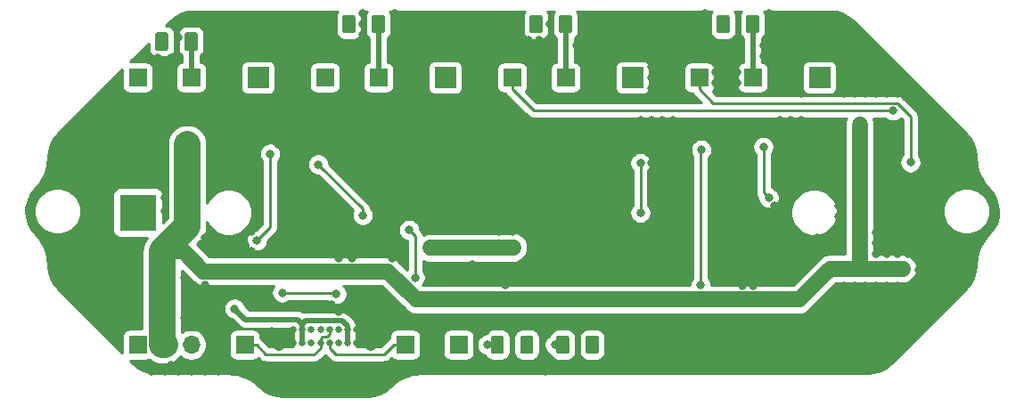
<source format=gbr>
G04 #@! TF.GenerationSoftware,KiCad,Pcbnew,(5.1.5-0-10_14)*
G04 #@! TF.CreationDate,2020-03-17T09:24:28-05:00*
G04 #@! TF.ProjectId,pulse,70756c73-652e-46b6-9963-61645f706362,rev?*
G04 #@! TF.SameCoordinates,Original*
G04 #@! TF.FileFunction,Copper,L1,Top*
G04 #@! TF.FilePolarity,Positive*
%FSLAX46Y46*%
G04 Gerber Fmt 4.6, Leading zero omitted, Abs format (unit mm)*
G04 Created by KiCad (PCBNEW (5.1.5-0-10_14)) date 2020-03-17 09:24:28*
%MOMM*%
%LPD*%
G04 APERTURE LIST*
%ADD10C,0.650000*%
%ADD11O,1.108000X2.216000*%
%ADD12R,1.700000X1.700000*%
%ADD13C,2.000000*%
%ADD14R,2.000000X2.000000*%
%ADD15R,3.500000X3.500000*%
%ADD16C,3.500000*%
%ADD17O,1.700000X1.700000*%
%ADD18C,0.100000*%
%ADD19C,0.800000*%
%ADD20C,1.500000*%
%ADD21C,2.500000*%
%ADD22C,0.250000*%
%ADD23C,0.500000*%
%ADD24C,0.254000*%
G04 APERTURE END LIST*
D10*
X131645000Y-72175000D03*
X132495000Y-72175000D03*
X133345000Y-72175000D03*
X134195000Y-72175000D03*
X135045000Y-72175000D03*
X135895000Y-72175000D03*
X136745000Y-72175000D03*
X137595000Y-72175000D03*
X137595000Y-73525000D03*
X136745000Y-73525000D03*
X135895000Y-73525000D03*
X135045000Y-73525000D03*
X134195000Y-73525000D03*
X133345000Y-73525000D03*
X132495000Y-73525000D03*
X131645000Y-73525000D03*
D11*
X130295000Y-73155000D03*
X138945000Y-73155000D03*
X138945000Y-76535000D03*
X130295000Y-76535000D03*
D12*
X127000000Y-73660000D03*
D13*
X163830000Y-43260000D03*
D14*
X163830000Y-48260000D03*
D13*
X181610000Y-43260000D03*
D14*
X181610000Y-48260000D03*
D13*
X128270000Y-43260000D03*
D14*
X128270000Y-48260000D03*
D13*
X146050000Y-43260000D03*
D14*
X146050000Y-48260000D03*
D15*
X116840000Y-61087000D03*
D16*
X188840000Y-61087000D03*
D17*
X121920000Y-73660000D03*
X119380000Y-73660000D03*
D12*
X116840000Y-73660000D03*
X121920000Y-48260000D03*
X157480000Y-48260000D03*
X175260000Y-48260000D03*
X139700000Y-48260000D03*
X152400000Y-48260000D03*
X170180000Y-48260000D03*
X116840000Y-48260000D03*
X134620000Y-48260000D03*
D17*
X175260000Y-73660000D03*
X172720000Y-73660000D03*
X170180000Y-73660000D03*
X167640000Y-73660000D03*
D12*
X165100000Y-73660000D03*
X147320000Y-73660000D03*
X142240000Y-73660000D03*
G04 #@! TA.AperFunction,SMDPad,CuDef*
D18*
G36*
X140099504Y-42306204D02*
G01*
X140123773Y-42309804D01*
X140147571Y-42315765D01*
X140170671Y-42324030D01*
X140192849Y-42334520D01*
X140213893Y-42347133D01*
X140233598Y-42361747D01*
X140251777Y-42378223D01*
X140268253Y-42396402D01*
X140282867Y-42416107D01*
X140295480Y-42437151D01*
X140305970Y-42459329D01*
X140314235Y-42482429D01*
X140320196Y-42506227D01*
X140323796Y-42530496D01*
X140325000Y-42555000D01*
X140325000Y-43805000D01*
X140323796Y-43829504D01*
X140320196Y-43853773D01*
X140314235Y-43877571D01*
X140305970Y-43900671D01*
X140295480Y-43922849D01*
X140282867Y-43943893D01*
X140268253Y-43963598D01*
X140251777Y-43981777D01*
X140233598Y-43998253D01*
X140213893Y-44012867D01*
X140192849Y-44025480D01*
X140170671Y-44035970D01*
X140147571Y-44044235D01*
X140123773Y-44050196D01*
X140099504Y-44053796D01*
X140075000Y-44055000D01*
X139325000Y-44055000D01*
X139300496Y-44053796D01*
X139276227Y-44050196D01*
X139252429Y-44044235D01*
X139229329Y-44035970D01*
X139207151Y-44025480D01*
X139186107Y-44012867D01*
X139166402Y-43998253D01*
X139148223Y-43981777D01*
X139131747Y-43963598D01*
X139117133Y-43943893D01*
X139104520Y-43922849D01*
X139094030Y-43900671D01*
X139085765Y-43877571D01*
X139079804Y-43853773D01*
X139076204Y-43829504D01*
X139075000Y-43805000D01*
X139075000Y-42555000D01*
X139076204Y-42530496D01*
X139079804Y-42506227D01*
X139085765Y-42482429D01*
X139094030Y-42459329D01*
X139104520Y-42437151D01*
X139117133Y-42416107D01*
X139131747Y-42396402D01*
X139148223Y-42378223D01*
X139166402Y-42361747D01*
X139186107Y-42347133D01*
X139207151Y-42334520D01*
X139229329Y-42324030D01*
X139252429Y-42315765D01*
X139276227Y-42309804D01*
X139300496Y-42306204D01*
X139325000Y-42305000D01*
X140075000Y-42305000D01*
X140099504Y-42306204D01*
G37*
G04 #@! TD.AperFunction*
G04 #@! TA.AperFunction,SMDPad,CuDef*
G36*
X137299504Y-42306204D02*
G01*
X137323773Y-42309804D01*
X137347571Y-42315765D01*
X137370671Y-42324030D01*
X137392849Y-42334520D01*
X137413893Y-42347133D01*
X137433598Y-42361747D01*
X137451777Y-42378223D01*
X137468253Y-42396402D01*
X137482867Y-42416107D01*
X137495480Y-42437151D01*
X137505970Y-42459329D01*
X137514235Y-42482429D01*
X137520196Y-42506227D01*
X137523796Y-42530496D01*
X137525000Y-42555000D01*
X137525000Y-43805000D01*
X137523796Y-43829504D01*
X137520196Y-43853773D01*
X137514235Y-43877571D01*
X137505970Y-43900671D01*
X137495480Y-43922849D01*
X137482867Y-43943893D01*
X137468253Y-43963598D01*
X137451777Y-43981777D01*
X137433598Y-43998253D01*
X137413893Y-44012867D01*
X137392849Y-44025480D01*
X137370671Y-44035970D01*
X137347571Y-44044235D01*
X137323773Y-44050196D01*
X137299504Y-44053796D01*
X137275000Y-44055000D01*
X136525000Y-44055000D01*
X136500496Y-44053796D01*
X136476227Y-44050196D01*
X136452429Y-44044235D01*
X136429329Y-44035970D01*
X136407151Y-44025480D01*
X136386107Y-44012867D01*
X136366402Y-43998253D01*
X136348223Y-43981777D01*
X136331747Y-43963598D01*
X136317133Y-43943893D01*
X136304520Y-43922849D01*
X136294030Y-43900671D01*
X136285765Y-43877571D01*
X136279804Y-43853773D01*
X136276204Y-43829504D01*
X136275000Y-43805000D01*
X136275000Y-42555000D01*
X136276204Y-42530496D01*
X136279804Y-42506227D01*
X136285765Y-42482429D01*
X136294030Y-42459329D01*
X136304520Y-42437151D01*
X136317133Y-42416107D01*
X136331747Y-42396402D01*
X136348223Y-42378223D01*
X136366402Y-42361747D01*
X136386107Y-42347133D01*
X136407151Y-42334520D01*
X136429329Y-42324030D01*
X136452429Y-42315765D01*
X136476227Y-42309804D01*
X136500496Y-42306204D01*
X136525000Y-42305000D01*
X137275000Y-42305000D01*
X137299504Y-42306204D01*
G37*
G04 #@! TD.AperFunction*
G04 #@! TA.AperFunction,SMDPad,CuDef*
G36*
X122319504Y-43957204D02*
G01*
X122343773Y-43960804D01*
X122367571Y-43966765D01*
X122390671Y-43975030D01*
X122412849Y-43985520D01*
X122433893Y-43998133D01*
X122453598Y-44012747D01*
X122471777Y-44029223D01*
X122488253Y-44047402D01*
X122502867Y-44067107D01*
X122515480Y-44088151D01*
X122525970Y-44110329D01*
X122534235Y-44133429D01*
X122540196Y-44157227D01*
X122543796Y-44181496D01*
X122545000Y-44206000D01*
X122545000Y-45456000D01*
X122543796Y-45480504D01*
X122540196Y-45504773D01*
X122534235Y-45528571D01*
X122525970Y-45551671D01*
X122515480Y-45573849D01*
X122502867Y-45594893D01*
X122488253Y-45614598D01*
X122471777Y-45632777D01*
X122453598Y-45649253D01*
X122433893Y-45663867D01*
X122412849Y-45676480D01*
X122390671Y-45686970D01*
X122367571Y-45695235D01*
X122343773Y-45701196D01*
X122319504Y-45704796D01*
X122295000Y-45706000D01*
X121545000Y-45706000D01*
X121520496Y-45704796D01*
X121496227Y-45701196D01*
X121472429Y-45695235D01*
X121449329Y-45686970D01*
X121427151Y-45676480D01*
X121406107Y-45663867D01*
X121386402Y-45649253D01*
X121368223Y-45632777D01*
X121351747Y-45614598D01*
X121337133Y-45594893D01*
X121324520Y-45573849D01*
X121314030Y-45551671D01*
X121305765Y-45528571D01*
X121299804Y-45504773D01*
X121296204Y-45480504D01*
X121295000Y-45456000D01*
X121295000Y-44206000D01*
X121296204Y-44181496D01*
X121299804Y-44157227D01*
X121305765Y-44133429D01*
X121314030Y-44110329D01*
X121324520Y-44088151D01*
X121337133Y-44067107D01*
X121351747Y-44047402D01*
X121368223Y-44029223D01*
X121386402Y-44012747D01*
X121406107Y-43998133D01*
X121427151Y-43985520D01*
X121449329Y-43975030D01*
X121472429Y-43966765D01*
X121496227Y-43960804D01*
X121520496Y-43957204D01*
X121545000Y-43956000D01*
X122295000Y-43956000D01*
X122319504Y-43957204D01*
G37*
G04 #@! TD.AperFunction*
G04 #@! TA.AperFunction,SMDPad,CuDef*
G36*
X119519504Y-43957204D02*
G01*
X119543773Y-43960804D01*
X119567571Y-43966765D01*
X119590671Y-43975030D01*
X119612849Y-43985520D01*
X119633893Y-43998133D01*
X119653598Y-44012747D01*
X119671777Y-44029223D01*
X119688253Y-44047402D01*
X119702867Y-44067107D01*
X119715480Y-44088151D01*
X119725970Y-44110329D01*
X119734235Y-44133429D01*
X119740196Y-44157227D01*
X119743796Y-44181496D01*
X119745000Y-44206000D01*
X119745000Y-45456000D01*
X119743796Y-45480504D01*
X119740196Y-45504773D01*
X119734235Y-45528571D01*
X119725970Y-45551671D01*
X119715480Y-45573849D01*
X119702867Y-45594893D01*
X119688253Y-45614598D01*
X119671777Y-45632777D01*
X119653598Y-45649253D01*
X119633893Y-45663867D01*
X119612849Y-45676480D01*
X119590671Y-45686970D01*
X119567571Y-45695235D01*
X119543773Y-45701196D01*
X119519504Y-45704796D01*
X119495000Y-45706000D01*
X118745000Y-45706000D01*
X118720496Y-45704796D01*
X118696227Y-45701196D01*
X118672429Y-45695235D01*
X118649329Y-45686970D01*
X118627151Y-45676480D01*
X118606107Y-45663867D01*
X118586402Y-45649253D01*
X118568223Y-45632777D01*
X118551747Y-45614598D01*
X118537133Y-45594893D01*
X118524520Y-45573849D01*
X118514030Y-45551671D01*
X118505765Y-45528571D01*
X118499804Y-45504773D01*
X118496204Y-45480504D01*
X118495000Y-45456000D01*
X118495000Y-44206000D01*
X118496204Y-44181496D01*
X118499804Y-44157227D01*
X118505765Y-44133429D01*
X118514030Y-44110329D01*
X118524520Y-44088151D01*
X118537133Y-44067107D01*
X118551747Y-44047402D01*
X118568223Y-44029223D01*
X118586402Y-44012747D01*
X118606107Y-43998133D01*
X118627151Y-43985520D01*
X118649329Y-43975030D01*
X118672429Y-43966765D01*
X118696227Y-43960804D01*
X118720496Y-43957204D01*
X118745000Y-43956000D01*
X119495000Y-43956000D01*
X119519504Y-43957204D01*
G37*
G04 #@! TD.AperFunction*
G04 #@! TA.AperFunction,SMDPad,CuDef*
G36*
X157879504Y-42306204D02*
G01*
X157903773Y-42309804D01*
X157927571Y-42315765D01*
X157950671Y-42324030D01*
X157972849Y-42334520D01*
X157993893Y-42347133D01*
X158013598Y-42361747D01*
X158031777Y-42378223D01*
X158048253Y-42396402D01*
X158062867Y-42416107D01*
X158075480Y-42437151D01*
X158085970Y-42459329D01*
X158094235Y-42482429D01*
X158100196Y-42506227D01*
X158103796Y-42530496D01*
X158105000Y-42555000D01*
X158105000Y-43805000D01*
X158103796Y-43829504D01*
X158100196Y-43853773D01*
X158094235Y-43877571D01*
X158085970Y-43900671D01*
X158075480Y-43922849D01*
X158062867Y-43943893D01*
X158048253Y-43963598D01*
X158031777Y-43981777D01*
X158013598Y-43998253D01*
X157993893Y-44012867D01*
X157972849Y-44025480D01*
X157950671Y-44035970D01*
X157927571Y-44044235D01*
X157903773Y-44050196D01*
X157879504Y-44053796D01*
X157855000Y-44055000D01*
X157105000Y-44055000D01*
X157080496Y-44053796D01*
X157056227Y-44050196D01*
X157032429Y-44044235D01*
X157009329Y-44035970D01*
X156987151Y-44025480D01*
X156966107Y-44012867D01*
X156946402Y-43998253D01*
X156928223Y-43981777D01*
X156911747Y-43963598D01*
X156897133Y-43943893D01*
X156884520Y-43922849D01*
X156874030Y-43900671D01*
X156865765Y-43877571D01*
X156859804Y-43853773D01*
X156856204Y-43829504D01*
X156855000Y-43805000D01*
X156855000Y-42555000D01*
X156856204Y-42530496D01*
X156859804Y-42506227D01*
X156865765Y-42482429D01*
X156874030Y-42459329D01*
X156884520Y-42437151D01*
X156897133Y-42416107D01*
X156911747Y-42396402D01*
X156928223Y-42378223D01*
X156946402Y-42361747D01*
X156966107Y-42347133D01*
X156987151Y-42334520D01*
X157009329Y-42324030D01*
X157032429Y-42315765D01*
X157056227Y-42309804D01*
X157080496Y-42306204D01*
X157105000Y-42305000D01*
X157855000Y-42305000D01*
X157879504Y-42306204D01*
G37*
G04 #@! TD.AperFunction*
G04 #@! TA.AperFunction,SMDPad,CuDef*
G36*
X155079504Y-42306204D02*
G01*
X155103773Y-42309804D01*
X155127571Y-42315765D01*
X155150671Y-42324030D01*
X155172849Y-42334520D01*
X155193893Y-42347133D01*
X155213598Y-42361747D01*
X155231777Y-42378223D01*
X155248253Y-42396402D01*
X155262867Y-42416107D01*
X155275480Y-42437151D01*
X155285970Y-42459329D01*
X155294235Y-42482429D01*
X155300196Y-42506227D01*
X155303796Y-42530496D01*
X155305000Y-42555000D01*
X155305000Y-43805000D01*
X155303796Y-43829504D01*
X155300196Y-43853773D01*
X155294235Y-43877571D01*
X155285970Y-43900671D01*
X155275480Y-43922849D01*
X155262867Y-43943893D01*
X155248253Y-43963598D01*
X155231777Y-43981777D01*
X155213598Y-43998253D01*
X155193893Y-44012867D01*
X155172849Y-44025480D01*
X155150671Y-44035970D01*
X155127571Y-44044235D01*
X155103773Y-44050196D01*
X155079504Y-44053796D01*
X155055000Y-44055000D01*
X154305000Y-44055000D01*
X154280496Y-44053796D01*
X154256227Y-44050196D01*
X154232429Y-44044235D01*
X154209329Y-44035970D01*
X154187151Y-44025480D01*
X154166107Y-44012867D01*
X154146402Y-43998253D01*
X154128223Y-43981777D01*
X154111747Y-43963598D01*
X154097133Y-43943893D01*
X154084520Y-43922849D01*
X154074030Y-43900671D01*
X154065765Y-43877571D01*
X154059804Y-43853773D01*
X154056204Y-43829504D01*
X154055000Y-43805000D01*
X154055000Y-42555000D01*
X154056204Y-42530496D01*
X154059804Y-42506227D01*
X154065765Y-42482429D01*
X154074030Y-42459329D01*
X154084520Y-42437151D01*
X154097133Y-42416107D01*
X154111747Y-42396402D01*
X154128223Y-42378223D01*
X154146402Y-42361747D01*
X154166107Y-42347133D01*
X154187151Y-42334520D01*
X154209329Y-42324030D01*
X154232429Y-42315765D01*
X154256227Y-42309804D01*
X154280496Y-42306204D01*
X154305000Y-42305000D01*
X155055000Y-42305000D01*
X155079504Y-42306204D01*
G37*
G04 #@! TD.AperFunction*
G04 #@! TA.AperFunction,SMDPad,CuDef*
G36*
X175659504Y-42306204D02*
G01*
X175683773Y-42309804D01*
X175707571Y-42315765D01*
X175730671Y-42324030D01*
X175752849Y-42334520D01*
X175773893Y-42347133D01*
X175793598Y-42361747D01*
X175811777Y-42378223D01*
X175828253Y-42396402D01*
X175842867Y-42416107D01*
X175855480Y-42437151D01*
X175865970Y-42459329D01*
X175874235Y-42482429D01*
X175880196Y-42506227D01*
X175883796Y-42530496D01*
X175885000Y-42555000D01*
X175885000Y-43805000D01*
X175883796Y-43829504D01*
X175880196Y-43853773D01*
X175874235Y-43877571D01*
X175865970Y-43900671D01*
X175855480Y-43922849D01*
X175842867Y-43943893D01*
X175828253Y-43963598D01*
X175811777Y-43981777D01*
X175793598Y-43998253D01*
X175773893Y-44012867D01*
X175752849Y-44025480D01*
X175730671Y-44035970D01*
X175707571Y-44044235D01*
X175683773Y-44050196D01*
X175659504Y-44053796D01*
X175635000Y-44055000D01*
X174885000Y-44055000D01*
X174860496Y-44053796D01*
X174836227Y-44050196D01*
X174812429Y-44044235D01*
X174789329Y-44035970D01*
X174767151Y-44025480D01*
X174746107Y-44012867D01*
X174726402Y-43998253D01*
X174708223Y-43981777D01*
X174691747Y-43963598D01*
X174677133Y-43943893D01*
X174664520Y-43922849D01*
X174654030Y-43900671D01*
X174645765Y-43877571D01*
X174639804Y-43853773D01*
X174636204Y-43829504D01*
X174635000Y-43805000D01*
X174635000Y-42555000D01*
X174636204Y-42530496D01*
X174639804Y-42506227D01*
X174645765Y-42482429D01*
X174654030Y-42459329D01*
X174664520Y-42437151D01*
X174677133Y-42416107D01*
X174691747Y-42396402D01*
X174708223Y-42378223D01*
X174726402Y-42361747D01*
X174746107Y-42347133D01*
X174767151Y-42334520D01*
X174789329Y-42324030D01*
X174812429Y-42315765D01*
X174836227Y-42309804D01*
X174860496Y-42306204D01*
X174885000Y-42305000D01*
X175635000Y-42305000D01*
X175659504Y-42306204D01*
G37*
G04 #@! TD.AperFunction*
G04 #@! TA.AperFunction,SMDPad,CuDef*
G36*
X172859504Y-42306204D02*
G01*
X172883773Y-42309804D01*
X172907571Y-42315765D01*
X172930671Y-42324030D01*
X172952849Y-42334520D01*
X172973893Y-42347133D01*
X172993598Y-42361747D01*
X173011777Y-42378223D01*
X173028253Y-42396402D01*
X173042867Y-42416107D01*
X173055480Y-42437151D01*
X173065970Y-42459329D01*
X173074235Y-42482429D01*
X173080196Y-42506227D01*
X173083796Y-42530496D01*
X173085000Y-42555000D01*
X173085000Y-43805000D01*
X173083796Y-43829504D01*
X173080196Y-43853773D01*
X173074235Y-43877571D01*
X173065970Y-43900671D01*
X173055480Y-43922849D01*
X173042867Y-43943893D01*
X173028253Y-43963598D01*
X173011777Y-43981777D01*
X172993598Y-43998253D01*
X172973893Y-44012867D01*
X172952849Y-44025480D01*
X172930671Y-44035970D01*
X172907571Y-44044235D01*
X172883773Y-44050196D01*
X172859504Y-44053796D01*
X172835000Y-44055000D01*
X172085000Y-44055000D01*
X172060496Y-44053796D01*
X172036227Y-44050196D01*
X172012429Y-44044235D01*
X171989329Y-44035970D01*
X171967151Y-44025480D01*
X171946107Y-44012867D01*
X171926402Y-43998253D01*
X171908223Y-43981777D01*
X171891747Y-43963598D01*
X171877133Y-43943893D01*
X171864520Y-43922849D01*
X171854030Y-43900671D01*
X171845765Y-43877571D01*
X171839804Y-43853773D01*
X171836204Y-43829504D01*
X171835000Y-43805000D01*
X171835000Y-42555000D01*
X171836204Y-42530496D01*
X171839804Y-42506227D01*
X171845765Y-42482429D01*
X171854030Y-42459329D01*
X171864520Y-42437151D01*
X171877133Y-42416107D01*
X171891747Y-42396402D01*
X171908223Y-42378223D01*
X171926402Y-42361747D01*
X171946107Y-42347133D01*
X171967151Y-42334520D01*
X171989329Y-42324030D01*
X172012429Y-42315765D01*
X172036227Y-42309804D01*
X172060496Y-42306204D01*
X172085000Y-42305000D01*
X172835000Y-42305000D01*
X172859504Y-42306204D01*
G37*
G04 #@! TD.AperFunction*
G04 #@! TA.AperFunction,SMDPad,CuDef*
G36*
X154199504Y-72786204D02*
G01*
X154223773Y-72789804D01*
X154247571Y-72795765D01*
X154270671Y-72804030D01*
X154292849Y-72814520D01*
X154313893Y-72827133D01*
X154333598Y-72841747D01*
X154351777Y-72858223D01*
X154368253Y-72876402D01*
X154382867Y-72896107D01*
X154395480Y-72917151D01*
X154405970Y-72939329D01*
X154414235Y-72962429D01*
X154420196Y-72986227D01*
X154423796Y-73010496D01*
X154425000Y-73035000D01*
X154425000Y-74285000D01*
X154423796Y-74309504D01*
X154420196Y-74333773D01*
X154414235Y-74357571D01*
X154405970Y-74380671D01*
X154395480Y-74402849D01*
X154382867Y-74423893D01*
X154368253Y-74443598D01*
X154351777Y-74461777D01*
X154333598Y-74478253D01*
X154313893Y-74492867D01*
X154292849Y-74505480D01*
X154270671Y-74515970D01*
X154247571Y-74524235D01*
X154223773Y-74530196D01*
X154199504Y-74533796D01*
X154175000Y-74535000D01*
X153425000Y-74535000D01*
X153400496Y-74533796D01*
X153376227Y-74530196D01*
X153352429Y-74524235D01*
X153329329Y-74515970D01*
X153307151Y-74505480D01*
X153286107Y-74492867D01*
X153266402Y-74478253D01*
X153248223Y-74461777D01*
X153231747Y-74443598D01*
X153217133Y-74423893D01*
X153204520Y-74402849D01*
X153194030Y-74380671D01*
X153185765Y-74357571D01*
X153179804Y-74333773D01*
X153176204Y-74309504D01*
X153175000Y-74285000D01*
X153175000Y-73035000D01*
X153176204Y-73010496D01*
X153179804Y-72986227D01*
X153185765Y-72962429D01*
X153194030Y-72939329D01*
X153204520Y-72917151D01*
X153217133Y-72896107D01*
X153231747Y-72876402D01*
X153248223Y-72858223D01*
X153266402Y-72841747D01*
X153286107Y-72827133D01*
X153307151Y-72814520D01*
X153329329Y-72804030D01*
X153352429Y-72795765D01*
X153376227Y-72789804D01*
X153400496Y-72786204D01*
X153425000Y-72785000D01*
X154175000Y-72785000D01*
X154199504Y-72786204D01*
G37*
G04 #@! TD.AperFunction*
G04 #@! TA.AperFunction,SMDPad,CuDef*
G36*
X151399504Y-72786204D02*
G01*
X151423773Y-72789804D01*
X151447571Y-72795765D01*
X151470671Y-72804030D01*
X151492849Y-72814520D01*
X151513893Y-72827133D01*
X151533598Y-72841747D01*
X151551777Y-72858223D01*
X151568253Y-72876402D01*
X151582867Y-72896107D01*
X151595480Y-72917151D01*
X151605970Y-72939329D01*
X151614235Y-72962429D01*
X151620196Y-72986227D01*
X151623796Y-73010496D01*
X151625000Y-73035000D01*
X151625000Y-74285000D01*
X151623796Y-74309504D01*
X151620196Y-74333773D01*
X151614235Y-74357571D01*
X151605970Y-74380671D01*
X151595480Y-74402849D01*
X151582867Y-74423893D01*
X151568253Y-74443598D01*
X151551777Y-74461777D01*
X151533598Y-74478253D01*
X151513893Y-74492867D01*
X151492849Y-74505480D01*
X151470671Y-74515970D01*
X151447571Y-74524235D01*
X151423773Y-74530196D01*
X151399504Y-74533796D01*
X151375000Y-74535000D01*
X150625000Y-74535000D01*
X150600496Y-74533796D01*
X150576227Y-74530196D01*
X150552429Y-74524235D01*
X150529329Y-74515970D01*
X150507151Y-74505480D01*
X150486107Y-74492867D01*
X150466402Y-74478253D01*
X150448223Y-74461777D01*
X150431747Y-74443598D01*
X150417133Y-74423893D01*
X150404520Y-74402849D01*
X150394030Y-74380671D01*
X150385765Y-74357571D01*
X150379804Y-74333773D01*
X150376204Y-74309504D01*
X150375000Y-74285000D01*
X150375000Y-73035000D01*
X150376204Y-73010496D01*
X150379804Y-72986227D01*
X150385765Y-72962429D01*
X150394030Y-72939329D01*
X150404520Y-72917151D01*
X150417133Y-72896107D01*
X150431747Y-72876402D01*
X150448223Y-72858223D01*
X150466402Y-72841747D01*
X150486107Y-72827133D01*
X150507151Y-72814520D01*
X150529329Y-72804030D01*
X150552429Y-72795765D01*
X150576227Y-72789804D01*
X150600496Y-72786204D01*
X150625000Y-72785000D01*
X151375000Y-72785000D01*
X151399504Y-72786204D01*
G37*
G04 #@! TD.AperFunction*
G04 #@! TA.AperFunction,SMDPad,CuDef*
G36*
X160419504Y-72786204D02*
G01*
X160443773Y-72789804D01*
X160467571Y-72795765D01*
X160490671Y-72804030D01*
X160512849Y-72814520D01*
X160533893Y-72827133D01*
X160553598Y-72841747D01*
X160571777Y-72858223D01*
X160588253Y-72876402D01*
X160602867Y-72896107D01*
X160615480Y-72917151D01*
X160625970Y-72939329D01*
X160634235Y-72962429D01*
X160640196Y-72986227D01*
X160643796Y-73010496D01*
X160645000Y-73035000D01*
X160645000Y-74285000D01*
X160643796Y-74309504D01*
X160640196Y-74333773D01*
X160634235Y-74357571D01*
X160625970Y-74380671D01*
X160615480Y-74402849D01*
X160602867Y-74423893D01*
X160588253Y-74443598D01*
X160571777Y-74461777D01*
X160553598Y-74478253D01*
X160533893Y-74492867D01*
X160512849Y-74505480D01*
X160490671Y-74515970D01*
X160467571Y-74524235D01*
X160443773Y-74530196D01*
X160419504Y-74533796D01*
X160395000Y-74535000D01*
X159645000Y-74535000D01*
X159620496Y-74533796D01*
X159596227Y-74530196D01*
X159572429Y-74524235D01*
X159549329Y-74515970D01*
X159527151Y-74505480D01*
X159506107Y-74492867D01*
X159486402Y-74478253D01*
X159468223Y-74461777D01*
X159451747Y-74443598D01*
X159437133Y-74423893D01*
X159424520Y-74402849D01*
X159414030Y-74380671D01*
X159405765Y-74357571D01*
X159399804Y-74333773D01*
X159396204Y-74309504D01*
X159395000Y-74285000D01*
X159395000Y-73035000D01*
X159396204Y-73010496D01*
X159399804Y-72986227D01*
X159405765Y-72962429D01*
X159414030Y-72939329D01*
X159424520Y-72917151D01*
X159437133Y-72896107D01*
X159451747Y-72876402D01*
X159468223Y-72858223D01*
X159486402Y-72841747D01*
X159506107Y-72827133D01*
X159527151Y-72814520D01*
X159549329Y-72804030D01*
X159572429Y-72795765D01*
X159596227Y-72789804D01*
X159620496Y-72786204D01*
X159645000Y-72785000D01*
X160395000Y-72785000D01*
X160419504Y-72786204D01*
G37*
G04 #@! TD.AperFunction*
G04 #@! TA.AperFunction,SMDPad,CuDef*
G36*
X157619504Y-72786204D02*
G01*
X157643773Y-72789804D01*
X157667571Y-72795765D01*
X157690671Y-72804030D01*
X157712849Y-72814520D01*
X157733893Y-72827133D01*
X157753598Y-72841747D01*
X157771777Y-72858223D01*
X157788253Y-72876402D01*
X157802867Y-72896107D01*
X157815480Y-72917151D01*
X157825970Y-72939329D01*
X157834235Y-72962429D01*
X157840196Y-72986227D01*
X157843796Y-73010496D01*
X157845000Y-73035000D01*
X157845000Y-74285000D01*
X157843796Y-74309504D01*
X157840196Y-74333773D01*
X157834235Y-74357571D01*
X157825970Y-74380671D01*
X157815480Y-74402849D01*
X157802867Y-74423893D01*
X157788253Y-74443598D01*
X157771777Y-74461777D01*
X157753598Y-74478253D01*
X157733893Y-74492867D01*
X157712849Y-74505480D01*
X157690671Y-74515970D01*
X157667571Y-74524235D01*
X157643773Y-74530196D01*
X157619504Y-74533796D01*
X157595000Y-74535000D01*
X156845000Y-74535000D01*
X156820496Y-74533796D01*
X156796227Y-74530196D01*
X156772429Y-74524235D01*
X156749329Y-74515970D01*
X156727151Y-74505480D01*
X156706107Y-74492867D01*
X156686402Y-74478253D01*
X156668223Y-74461777D01*
X156651747Y-74443598D01*
X156637133Y-74423893D01*
X156624520Y-74402849D01*
X156614030Y-74380671D01*
X156605765Y-74357571D01*
X156599804Y-74333773D01*
X156596204Y-74309504D01*
X156595000Y-74285000D01*
X156595000Y-73035000D01*
X156596204Y-73010496D01*
X156599804Y-72986227D01*
X156605765Y-72962429D01*
X156614030Y-72939329D01*
X156624520Y-72917151D01*
X156637133Y-72896107D01*
X156651747Y-72876402D01*
X156668223Y-72858223D01*
X156686402Y-72841747D01*
X156706107Y-72827133D01*
X156727151Y-72814520D01*
X156749329Y-72804030D01*
X156772429Y-72795765D01*
X156796227Y-72789804D01*
X156820496Y-72786204D01*
X156845000Y-72785000D01*
X157595000Y-72785000D01*
X157619504Y-72786204D01*
G37*
G04 #@! TD.AperFunction*
D19*
X154940000Y-44704000D03*
X172720000Y-45212000D03*
X181864000Y-69596000D03*
X151765000Y-67945000D03*
X138430000Y-68580000D03*
X139700000Y-68580000D03*
X127635000Y-69850000D03*
X135890000Y-70485000D03*
X135255000Y-69850000D03*
X114935000Y-67945000D03*
X114935000Y-66675000D03*
X114935000Y-64135000D03*
X116840000Y-70485000D03*
X115570000Y-69850000D03*
X114935000Y-65405000D03*
X117475000Y-50165000D03*
X118745000Y-50165000D03*
X120015000Y-50165000D03*
X121285000Y-50165000D03*
X122555000Y-50165000D03*
X123825000Y-50165000D03*
X125095000Y-50800000D03*
X126365000Y-52070000D03*
X126365000Y-50800000D03*
X125730000Y-50165000D03*
X127000000Y-52705000D03*
X127000000Y-51435000D03*
X127000000Y-50165000D03*
X118745000Y-48895000D03*
X120015000Y-48895000D03*
X120015000Y-47625000D03*
X118745000Y-47625000D03*
X118745000Y-46355000D03*
X120015000Y-46355000D03*
X123190000Y-46355000D03*
X124460000Y-46355000D03*
X125730000Y-46355000D03*
X127000000Y-46355000D03*
X123825000Y-45085000D03*
X123825000Y-43815000D03*
X123190000Y-43180000D03*
X121920000Y-42545000D03*
X120650000Y-43180000D03*
X120650000Y-44450000D03*
X124460000Y-42545000D03*
X125730000Y-42545000D03*
X130175000Y-42545000D03*
X131445000Y-42545000D03*
X132715000Y-42545000D03*
X123825000Y-57785000D03*
X124460000Y-58420000D03*
X119380000Y-59690000D03*
X119380000Y-60960000D03*
X123825000Y-62865000D03*
X123190000Y-63500000D03*
X124460000Y-64135000D03*
X125730000Y-64135000D03*
X127000000Y-64135000D03*
X127635000Y-64770000D03*
X127635000Y-62865000D03*
X121285000Y-67310000D03*
X121920000Y-67945000D03*
X123190000Y-67945000D03*
X121285000Y-71120000D03*
X121920000Y-71755000D03*
X123825000Y-73660000D03*
X125730000Y-76200000D03*
X124460000Y-76200000D03*
X123190000Y-76200000D03*
X121920000Y-76200000D03*
X120650000Y-76200000D03*
X119380000Y-76200000D03*
X118110000Y-76200000D03*
X117475000Y-75565000D03*
X120015000Y-75565000D03*
X128905000Y-75565000D03*
X131445000Y-76200000D03*
X132715000Y-76200000D03*
X132080000Y-76835000D03*
X133350000Y-76835000D03*
X134620000Y-76835000D03*
X137160000Y-76835000D03*
X137795000Y-76200000D03*
X140335000Y-73025000D03*
X139065000Y-70485000D03*
X138430000Y-69850000D03*
X137795000Y-69215000D03*
X137160000Y-68580000D03*
X129540000Y-72390000D03*
X126365000Y-68580000D03*
X127635000Y-68580000D03*
X128905000Y-68580000D03*
X140335000Y-70485000D03*
X141605000Y-70485000D03*
X140970000Y-69850000D03*
X140335000Y-69215000D03*
X145415000Y-71120000D03*
X144145000Y-71120000D03*
X142875000Y-71120000D03*
X140970000Y-65405000D03*
X135890000Y-64135000D03*
X137160000Y-64135000D03*
X136525000Y-64770000D03*
X135890000Y-65405000D03*
X137160000Y-65405000D03*
X148590000Y-66040000D03*
X148590000Y-67310000D03*
X148590000Y-71120000D03*
X149225000Y-71755000D03*
X149860000Y-72390000D03*
X150495000Y-71755000D03*
X151765000Y-71120000D03*
X153035000Y-71120000D03*
X154305000Y-71120000D03*
X155575000Y-71120000D03*
X156845000Y-71120000D03*
X158115000Y-71120000D03*
X159385000Y-71755000D03*
X157480000Y-71755000D03*
X156210000Y-71755000D03*
X154940000Y-71755000D03*
X153670000Y-71755000D03*
X152400000Y-71755000D03*
X155575000Y-76200000D03*
X156210000Y-75565000D03*
X157480000Y-75565000D03*
X158750000Y-75565000D03*
X160020000Y-75565000D03*
X161290000Y-75565000D03*
X161925000Y-74930000D03*
X161925000Y-73660000D03*
X161925000Y-72390000D03*
X160655000Y-71755000D03*
X152400000Y-62865000D03*
X151130000Y-62865000D03*
X152400000Y-61214000D03*
X152400000Y-59944000D03*
X152400000Y-58674000D03*
X152400000Y-57404000D03*
X152400000Y-56134000D03*
X152400000Y-54864000D03*
X152400000Y-53594000D03*
X144145000Y-58420000D03*
X144145000Y-57150000D03*
X144145000Y-55880000D03*
X144145000Y-54610000D03*
X151765000Y-51435000D03*
X152400000Y-52070000D03*
X141605000Y-61595000D03*
X140970000Y-60960000D03*
X137160000Y-56515000D03*
X142240000Y-60960000D03*
X142240000Y-59690000D03*
X142240000Y-58420000D03*
X142240000Y-57150000D03*
X142240000Y-55880000D03*
X142240000Y-54610000D03*
X142240000Y-53340000D03*
X142240000Y-52070000D03*
X142875000Y-51435000D03*
X142875000Y-50165000D03*
X141605000Y-50165000D03*
X140335000Y-50165000D03*
X139065000Y-50165000D03*
X139065000Y-51308000D03*
X139065000Y-52578000D03*
X139065000Y-53848000D03*
X139065000Y-55118000D03*
X139065000Y-56388000D03*
X128905000Y-50165000D03*
X128905000Y-51435000D03*
X128905000Y-52705000D03*
X128905000Y-53975000D03*
X130175000Y-54610000D03*
X130810000Y-55880000D03*
X132715000Y-56515000D03*
X133350000Y-55245000D03*
X135890000Y-54610000D03*
X135255000Y-55245000D03*
X132715000Y-48260000D03*
X155575000Y-52705000D03*
X155575000Y-53975000D03*
X155575000Y-55245000D03*
X155575000Y-56515000D03*
X156845000Y-56515000D03*
X158115000Y-56515000D03*
X159385000Y-56515000D03*
X160655000Y-56515000D03*
X161925000Y-56515000D03*
X163830000Y-55245000D03*
X150495000Y-48895000D03*
X148590000Y-48260000D03*
X150495000Y-47625000D03*
X147955000Y-46990000D03*
X137795000Y-48260000D03*
X137160000Y-47625000D03*
X136525000Y-46990000D03*
X135890000Y-46355000D03*
X134620000Y-46355000D03*
X133350000Y-46355000D03*
X128270000Y-46355000D03*
X129540000Y-45720000D03*
X162814000Y-64262000D03*
X162052000Y-64262000D03*
X161798000Y-65024000D03*
X161798000Y-65786000D03*
X161798000Y-66548000D03*
X161798000Y-67310000D03*
X162560000Y-67310000D03*
X162814000Y-66548000D03*
X163322000Y-65786000D03*
X166116000Y-65532000D03*
X166116000Y-61214000D03*
X165608000Y-61976000D03*
X165608000Y-62992000D03*
X161544000Y-71120000D03*
X162560000Y-71120000D03*
X163576000Y-71120000D03*
X164592000Y-71120000D03*
X165608000Y-71120000D03*
X166624000Y-71120000D03*
X167640000Y-71120000D03*
X168656000Y-71120000D03*
X169672000Y-71120000D03*
X170688000Y-71120000D03*
X171704000Y-71628000D03*
X172720000Y-71628000D03*
X173736000Y-71120000D03*
X174752000Y-71120000D03*
X175768000Y-71120000D03*
X176784000Y-71120000D03*
X177800000Y-71120000D03*
X178816000Y-71120000D03*
X179832000Y-71120000D03*
X180848000Y-70612000D03*
X182880000Y-68580000D03*
X183896000Y-68072000D03*
X184912000Y-68072000D03*
X185928000Y-68072000D03*
X186944000Y-68072000D03*
X187960000Y-68072000D03*
X188976000Y-68072000D03*
X189992000Y-68072000D03*
X191008000Y-67564000D03*
X191008000Y-66548000D03*
X191008000Y-65532000D03*
X189992000Y-65024000D03*
X188976000Y-65024000D03*
X187960000Y-65024000D03*
X186944000Y-65024000D03*
X186944000Y-64008000D03*
X186944000Y-62992000D03*
X191008000Y-59436000D03*
X192024000Y-58420000D03*
X192024000Y-57404000D03*
X192024000Y-56388000D03*
X192024000Y-55372000D03*
X192024000Y-54356000D03*
X192024000Y-53340000D03*
X192024000Y-52324000D03*
X191008000Y-51308000D03*
X183388000Y-64516000D03*
X183388000Y-63500000D03*
X183388000Y-62484000D03*
X183388000Y-61468000D03*
X183388000Y-60452000D03*
X182372000Y-64516000D03*
X181356000Y-64516000D03*
X180340000Y-64516000D03*
X179324000Y-65024000D03*
X177292000Y-63500000D03*
X177292000Y-62484000D03*
X177292000Y-61468000D03*
X177292000Y-60452000D03*
X178308000Y-59944000D03*
X178308000Y-60960000D03*
X178308000Y-61976000D03*
X179324000Y-62992000D03*
X180340000Y-63500000D03*
X181356000Y-63500000D03*
X182372000Y-63500000D03*
X174244000Y-65024000D03*
X174244000Y-66040000D03*
X175768000Y-65024000D03*
X174244000Y-67056000D03*
X174244000Y-68072000D03*
X175260000Y-68072000D03*
X182372000Y-53848000D03*
X182372000Y-52832000D03*
X183388000Y-52832000D03*
X180848000Y-52832000D03*
X180848000Y-53848000D03*
X180340000Y-54864000D03*
X179324000Y-54864000D03*
X178308000Y-54864000D03*
X176784000Y-53340000D03*
X177800000Y-52324000D03*
X178816000Y-52324000D03*
X179832000Y-52324000D03*
X174752000Y-54356000D03*
X173736000Y-54356000D03*
X172720000Y-54356000D03*
X171704000Y-54356000D03*
X189992000Y-50292000D03*
X188976000Y-49784000D03*
X187960000Y-49784000D03*
X186944000Y-49784000D03*
X185928000Y-49784000D03*
X184912000Y-49784000D03*
X183896000Y-49784000D03*
X183896000Y-48768000D03*
X183896000Y-47752000D03*
X183388000Y-46736000D03*
X182372000Y-46228000D03*
X181356000Y-46228000D03*
X180340000Y-46228000D03*
X179832000Y-49784000D03*
X179324000Y-45212000D03*
X178308000Y-44704000D03*
X177292000Y-45212000D03*
X176276000Y-46228000D03*
X171704000Y-48768000D03*
X171704000Y-47752000D03*
X173736000Y-48768000D03*
X173736000Y-47752000D03*
X173736000Y-46736000D03*
X173736000Y-45720000D03*
X173736000Y-44704000D03*
X176276000Y-45212000D03*
X176784000Y-44196000D03*
X176784000Y-43180000D03*
X176784000Y-42164000D03*
X171704000Y-45212000D03*
X170688000Y-44196000D03*
X170688000Y-43180000D03*
X170688000Y-42164000D03*
X168148000Y-50292000D03*
X140335000Y-75565000D03*
X165608000Y-56388000D03*
X165608000Y-55372000D03*
X165608000Y-54356000D03*
X165608000Y-53340000D03*
X164592000Y-52324000D03*
X165608000Y-52324000D03*
X166624000Y-52324000D03*
X167640000Y-52324000D03*
X169164000Y-54356000D03*
X168148000Y-54864000D03*
X164084000Y-50292000D03*
X165100000Y-50292000D03*
X166116000Y-50292000D03*
X167132000Y-50292000D03*
X165608000Y-49276000D03*
X165608000Y-48260000D03*
X165608000Y-47244000D03*
X168148000Y-49276000D03*
X168148000Y-48260000D03*
X168148000Y-47244000D03*
X169164000Y-46228000D03*
X170180000Y-46228000D03*
X171196000Y-46228000D03*
X168148000Y-46228000D03*
X165608000Y-46228000D03*
X164592000Y-46228000D03*
X163576000Y-46228000D03*
X158496000Y-45212000D03*
X159004000Y-44196000D03*
X159004000Y-43180000D03*
X155956000Y-43180000D03*
X155956000Y-44704000D03*
X155956000Y-45720000D03*
X155956000Y-46736000D03*
X155448000Y-47752000D03*
X154432000Y-48768000D03*
X154432000Y-47752000D03*
X154432000Y-46736000D03*
X150876000Y-46736000D03*
X151892000Y-46228000D03*
X152908000Y-46228000D03*
X152908000Y-43180000D03*
X152908000Y-44196000D03*
X153924000Y-44704000D03*
X141224000Y-42164000D03*
X141224000Y-43180000D03*
X141224000Y-44196000D03*
X141224000Y-45212000D03*
X141224000Y-46228000D03*
X142240000Y-46736000D03*
X143256000Y-46736000D03*
X144272000Y-46736000D03*
X145288000Y-46228000D03*
X146304000Y-46228000D03*
X147320000Y-46228000D03*
X138176000Y-42164000D03*
X138176000Y-43180000D03*
X138176000Y-44196000D03*
X138176000Y-45212000D03*
X138176000Y-46228000D03*
X123063000Y-66675000D03*
X121539000Y-58166000D03*
X121539000Y-54610000D03*
X189484000Y-66421000D03*
X187198000Y-66421000D03*
X184912000Y-66421000D03*
X182626000Y-66421000D03*
X185420000Y-52721000D03*
X185420000Y-56404000D03*
X159893000Y-73660000D03*
X156464000Y-73660000D03*
X153670000Y-73660000D03*
X130556000Y-68707000D03*
X135699500Y-68834000D03*
X150050500Y-73660000D03*
X170307000Y-68023500D03*
X170370500Y-55118000D03*
X172466000Y-43180000D03*
X154686000Y-43180000D03*
X129417653Y-55499000D03*
X128142994Y-63754000D03*
X119126000Y-44958000D03*
X143173943Y-67272973D03*
X142621000Y-62738000D03*
X136779000Y-43307000D03*
X190246000Y-56324500D03*
X188595000Y-51398000D03*
X152527000Y-64389000D03*
X144653000Y-64467500D03*
X145717500Y-64467500D03*
X133985000Y-56515000D03*
X138212016Y-61341000D03*
X176276000Y-54837500D03*
X176784000Y-59690000D03*
X164589735Y-61119151D03*
X164592000Y-56388000D03*
X126032500Y-70231000D03*
D20*
X189484000Y-66421000D02*
X182626000Y-66421000D01*
X185420000Y-65913000D02*
X184912000Y-66421000D01*
X185420000Y-52721000D02*
X185420000Y-65913000D01*
D21*
X121539000Y-55175685D02*
X121539000Y-54610000D01*
X121539000Y-62371002D02*
X121539000Y-55175685D01*
X119189500Y-73660000D02*
X119140001Y-73610501D01*
X119140001Y-64770001D02*
X121539000Y-62371002D01*
X119140001Y-73610501D02*
X119140001Y-64770001D01*
X119380000Y-73660000D02*
X119189500Y-73660000D01*
D20*
X182226001Y-66820999D02*
X182626000Y-66421000D01*
X179673499Y-69373501D02*
X182226001Y-66820999D01*
X143276469Y-69373501D02*
X179673499Y-69373501D01*
X140577968Y-66675000D02*
X143276469Y-69373501D01*
X123063000Y-66675000D02*
X140577968Y-66675000D01*
X121158001Y-64770001D02*
X123063000Y-66675000D01*
X119140001Y-64770001D02*
X121158001Y-64770001D01*
D22*
X156464000Y-73660000D02*
X157220000Y-73660000D01*
X135572500Y-68707000D02*
X135699500Y-68834000D01*
X130556000Y-68707000D02*
X135572500Y-68707000D01*
X150050500Y-73660000D02*
X151000000Y-73660000D01*
D23*
X175260000Y-44055000D02*
X175260000Y-48260000D01*
X175260000Y-43180000D02*
X175260000Y-44055000D01*
D22*
X170307000Y-55181500D02*
X170370500Y-55118000D01*
X170307000Y-68023500D02*
X170307000Y-55181500D01*
D23*
X157480000Y-43180000D02*
X157480000Y-48260000D01*
X121920000Y-44831000D02*
X121920000Y-48260000D01*
D22*
X129417653Y-55499000D02*
X129417653Y-62479341D01*
X129417653Y-62479341D02*
X128142994Y-63754000D01*
D23*
X139700000Y-44055000D02*
X139700000Y-48260000D01*
X139700000Y-43180000D02*
X139700000Y-44055000D01*
D22*
X143192500Y-63309500D02*
X143192500Y-67254416D01*
X143192500Y-67254416D02*
X143173943Y-67272973D01*
X142621000Y-62738000D02*
X142621000Y-62738000D01*
X142621000Y-62738000D02*
X143192500Y-63309500D01*
X171493000Y-50673000D02*
X170180000Y-49360000D01*
X170180000Y-49360000D02*
X170180000Y-48260000D01*
X190246000Y-51943000D02*
X188976000Y-50673000D01*
X188976000Y-50673000D02*
X171493000Y-50673000D01*
X190246000Y-56324500D02*
X190246000Y-51943000D01*
X152400000Y-49360000D02*
X152400000Y-48260000D01*
X154438000Y-51398000D02*
X152400000Y-49360000D01*
X188595000Y-51398000D02*
X154438000Y-51398000D01*
D20*
X152448500Y-64467500D02*
X144653000Y-64467500D01*
X152527000Y-64389000D02*
X152448500Y-64467500D01*
D22*
X133985000Y-56515000D02*
X138212016Y-60742016D01*
X138212016Y-60742016D02*
X138212016Y-61341000D01*
X176276000Y-59182000D02*
X176784000Y-59690000D01*
X176276000Y-54837500D02*
X176276000Y-59182000D01*
X164589735Y-61119151D02*
X164589735Y-56390265D01*
X164589735Y-56390265D02*
X164592000Y-56388000D01*
X134385382Y-72874999D02*
X134195000Y-73065381D01*
X134195000Y-73065381D02*
X134195000Y-73525000D01*
X135045000Y-72634619D02*
X134804620Y-72874999D01*
X134804620Y-72874999D02*
X134385382Y-72874999D01*
X135045000Y-72175000D02*
X135045000Y-72634619D01*
X128100000Y-73660000D02*
X127000000Y-73660000D01*
X129028010Y-74588010D02*
X128100000Y-73660000D01*
X134195000Y-73984619D02*
X133591609Y-74588010D01*
X133591609Y-74588010D02*
X129028010Y-74588010D01*
X134195000Y-73525000D02*
X134195000Y-73984619D01*
X135045000Y-73984619D02*
X135045000Y-73525000D01*
X135648391Y-74588010D02*
X135045000Y-73984619D01*
X140211990Y-74588010D02*
X135648391Y-74588010D01*
X141140000Y-73660000D02*
X140211990Y-74588010D01*
X142240000Y-73660000D02*
X141140000Y-73660000D01*
D23*
X136745000Y-72175000D02*
X136745000Y-73525000D01*
X132495000Y-72175000D02*
X132495000Y-73525000D01*
X132495000Y-71715381D02*
X132495000Y-72175000D01*
X132810382Y-71399999D02*
X132495000Y-71715381D01*
X136745000Y-71877998D02*
X136267001Y-71399999D01*
X136267001Y-71399999D02*
X132810382Y-71399999D01*
X136745000Y-72175000D02*
X136745000Y-71877998D01*
X126047500Y-70231000D02*
X126032500Y-70231000D01*
X127063500Y-71247000D02*
X126047500Y-70231000D01*
X132026619Y-71247000D02*
X127063500Y-71247000D01*
X132495000Y-71715381D02*
X132026619Y-71247000D01*
D24*
G36*
X135786595Y-42061614D02*
G01*
X135704528Y-42215150D01*
X135653992Y-42381746D01*
X135636928Y-42555000D01*
X135636928Y-43805000D01*
X135653992Y-43978254D01*
X135704528Y-44144850D01*
X135786595Y-44298386D01*
X135897038Y-44432962D01*
X136031614Y-44543405D01*
X136185150Y-44625472D01*
X136351746Y-44676008D01*
X136525000Y-44693072D01*
X137275000Y-44693072D01*
X137448254Y-44676008D01*
X137614850Y-44625472D01*
X137768386Y-44543405D01*
X137902962Y-44432962D01*
X138013405Y-44298386D01*
X138095472Y-44144850D01*
X138146008Y-43978254D01*
X138163072Y-43805000D01*
X138163072Y-42555000D01*
X138146008Y-42381746D01*
X138095472Y-42215150D01*
X138013405Y-42061614D01*
X137924836Y-41953692D01*
X138675164Y-41953692D01*
X138586595Y-42061614D01*
X138504528Y-42215150D01*
X138453992Y-42381746D01*
X138436928Y-42555000D01*
X138436928Y-43805000D01*
X138453992Y-43978254D01*
X138504528Y-44144850D01*
X138586595Y-44298386D01*
X138697038Y-44432962D01*
X138815000Y-44529770D01*
X138815001Y-46775375D01*
X138725518Y-46784188D01*
X138605820Y-46820498D01*
X138495506Y-46879463D01*
X138398815Y-46958815D01*
X138319463Y-47055506D01*
X138260498Y-47165820D01*
X138224188Y-47285518D01*
X138211928Y-47410000D01*
X138211928Y-49110000D01*
X138224188Y-49234482D01*
X138260498Y-49354180D01*
X138319463Y-49464494D01*
X138398815Y-49561185D01*
X138495506Y-49640537D01*
X138605820Y-49699502D01*
X138725518Y-49735812D01*
X138850000Y-49748072D01*
X140550000Y-49748072D01*
X140674482Y-49735812D01*
X140794180Y-49699502D01*
X140904494Y-49640537D01*
X141001185Y-49561185D01*
X141080537Y-49464494D01*
X141139502Y-49354180D01*
X141175812Y-49234482D01*
X141188072Y-49110000D01*
X141188072Y-47410000D01*
X141175812Y-47285518D01*
X141168072Y-47260000D01*
X144411928Y-47260000D01*
X144411928Y-49260000D01*
X144424188Y-49384482D01*
X144460498Y-49504180D01*
X144519463Y-49614494D01*
X144598815Y-49711185D01*
X144695506Y-49790537D01*
X144805820Y-49849502D01*
X144925518Y-49885812D01*
X145050000Y-49898072D01*
X147050000Y-49898072D01*
X147174482Y-49885812D01*
X147294180Y-49849502D01*
X147404494Y-49790537D01*
X147501185Y-49711185D01*
X147580537Y-49614494D01*
X147639502Y-49504180D01*
X147675812Y-49384482D01*
X147688072Y-49260000D01*
X147688072Y-47260000D01*
X147675812Y-47135518D01*
X147639502Y-47015820D01*
X147580537Y-46905506D01*
X147501185Y-46808815D01*
X147404494Y-46729463D01*
X147294180Y-46670498D01*
X147174482Y-46634188D01*
X147050000Y-46621928D01*
X145050000Y-46621928D01*
X144925518Y-46634188D01*
X144805820Y-46670498D01*
X144695506Y-46729463D01*
X144598815Y-46808815D01*
X144519463Y-46905506D01*
X144460498Y-47015820D01*
X144424188Y-47135518D01*
X144411928Y-47260000D01*
X141168072Y-47260000D01*
X141139502Y-47165820D01*
X141080537Y-47055506D01*
X141001185Y-46958815D01*
X140904494Y-46879463D01*
X140794180Y-46820498D01*
X140674482Y-46784188D01*
X140585000Y-46775375D01*
X140585000Y-44529770D01*
X140702962Y-44432962D01*
X140813405Y-44298386D01*
X140895472Y-44144850D01*
X140946008Y-43978254D01*
X140963072Y-43805000D01*
X140963072Y-42555000D01*
X140946008Y-42381746D01*
X140895472Y-42215150D01*
X140813405Y-42061614D01*
X140724836Y-41953692D01*
X153655164Y-41953692D01*
X153566595Y-42061614D01*
X153484528Y-42215150D01*
X153433992Y-42381746D01*
X153416928Y-42555000D01*
X153416928Y-43805000D01*
X153433992Y-43978254D01*
X153484528Y-44144850D01*
X153566595Y-44298386D01*
X153677038Y-44432962D01*
X153811614Y-44543405D01*
X153965150Y-44625472D01*
X154131746Y-44676008D01*
X154305000Y-44693072D01*
X155055000Y-44693072D01*
X155228254Y-44676008D01*
X155394850Y-44625472D01*
X155548386Y-44543405D01*
X155682962Y-44432962D01*
X155793405Y-44298386D01*
X155875472Y-44144850D01*
X155926008Y-43978254D01*
X155943072Y-43805000D01*
X155943072Y-42555000D01*
X155926008Y-42381746D01*
X155875472Y-42215150D01*
X155793405Y-42061614D01*
X155704836Y-41953692D01*
X156455164Y-41953692D01*
X156366595Y-42061614D01*
X156284528Y-42215150D01*
X156233992Y-42381746D01*
X156216928Y-42555000D01*
X156216928Y-43805000D01*
X156233992Y-43978254D01*
X156284528Y-44144850D01*
X156366595Y-44298386D01*
X156477038Y-44432962D01*
X156595000Y-44529771D01*
X156595001Y-46775375D01*
X156505518Y-46784188D01*
X156385820Y-46820498D01*
X156275506Y-46879463D01*
X156178815Y-46958815D01*
X156099463Y-47055506D01*
X156040498Y-47165820D01*
X156004188Y-47285518D01*
X155991928Y-47410000D01*
X155991928Y-49110000D01*
X156004188Y-49234482D01*
X156040498Y-49354180D01*
X156099463Y-49464494D01*
X156178815Y-49561185D01*
X156275506Y-49640537D01*
X156385820Y-49699502D01*
X156505518Y-49735812D01*
X156630000Y-49748072D01*
X158330000Y-49748072D01*
X158454482Y-49735812D01*
X158574180Y-49699502D01*
X158684494Y-49640537D01*
X158781185Y-49561185D01*
X158860537Y-49464494D01*
X158919502Y-49354180D01*
X158955812Y-49234482D01*
X158968072Y-49110000D01*
X158968072Y-47410000D01*
X158955812Y-47285518D01*
X158948072Y-47260000D01*
X162191928Y-47260000D01*
X162191928Y-49260000D01*
X162204188Y-49384482D01*
X162240498Y-49504180D01*
X162299463Y-49614494D01*
X162378815Y-49711185D01*
X162475506Y-49790537D01*
X162585820Y-49849502D01*
X162705518Y-49885812D01*
X162830000Y-49898072D01*
X164830000Y-49898072D01*
X164954482Y-49885812D01*
X165074180Y-49849502D01*
X165184494Y-49790537D01*
X165281185Y-49711185D01*
X165360537Y-49614494D01*
X165419502Y-49504180D01*
X165455812Y-49384482D01*
X165468072Y-49260000D01*
X165468072Y-47260000D01*
X165455812Y-47135518D01*
X165419502Y-47015820D01*
X165360537Y-46905506D01*
X165281185Y-46808815D01*
X165184494Y-46729463D01*
X165074180Y-46670498D01*
X164954482Y-46634188D01*
X164830000Y-46621928D01*
X162830000Y-46621928D01*
X162705518Y-46634188D01*
X162585820Y-46670498D01*
X162475506Y-46729463D01*
X162378815Y-46808815D01*
X162299463Y-46905506D01*
X162240498Y-47015820D01*
X162204188Y-47135518D01*
X162191928Y-47260000D01*
X158948072Y-47260000D01*
X158919502Y-47165820D01*
X158860537Y-47055506D01*
X158781185Y-46958815D01*
X158684494Y-46879463D01*
X158574180Y-46820498D01*
X158454482Y-46784188D01*
X158365000Y-46775375D01*
X158365000Y-44529770D01*
X158482962Y-44432962D01*
X158593405Y-44298386D01*
X158675472Y-44144850D01*
X158726008Y-43978254D01*
X158743072Y-43805000D01*
X158743072Y-42555000D01*
X158726008Y-42381746D01*
X158675472Y-42215150D01*
X158593405Y-42061614D01*
X158504836Y-41953692D01*
X171435164Y-41953692D01*
X171346595Y-42061614D01*
X171264528Y-42215150D01*
X171213992Y-42381746D01*
X171196928Y-42555000D01*
X171196928Y-43805000D01*
X171213992Y-43978254D01*
X171264528Y-44144850D01*
X171346595Y-44298386D01*
X171457038Y-44432962D01*
X171591614Y-44543405D01*
X171745150Y-44625472D01*
X171911746Y-44676008D01*
X172085000Y-44693072D01*
X172835000Y-44693072D01*
X173008254Y-44676008D01*
X173174850Y-44625472D01*
X173328386Y-44543405D01*
X173462962Y-44432962D01*
X173573405Y-44298386D01*
X173655472Y-44144850D01*
X173706008Y-43978254D01*
X173723072Y-43805000D01*
X173723072Y-42555000D01*
X173706008Y-42381746D01*
X173655472Y-42215150D01*
X173573405Y-42061614D01*
X173484836Y-41953692D01*
X174235164Y-41953692D01*
X174146595Y-42061614D01*
X174064528Y-42215150D01*
X174013992Y-42381746D01*
X173996928Y-42555000D01*
X173996928Y-43805000D01*
X174013992Y-43978254D01*
X174064528Y-44144850D01*
X174146595Y-44298386D01*
X174257038Y-44432962D01*
X174375000Y-44529770D01*
X174375001Y-46775375D01*
X174285518Y-46784188D01*
X174165820Y-46820498D01*
X174055506Y-46879463D01*
X173958815Y-46958815D01*
X173879463Y-47055506D01*
X173820498Y-47165820D01*
X173784188Y-47285518D01*
X173771928Y-47410000D01*
X173771928Y-49110000D01*
X173784188Y-49234482D01*
X173820498Y-49354180D01*
X173879463Y-49464494D01*
X173958815Y-49561185D01*
X174055506Y-49640537D01*
X174165820Y-49699502D01*
X174285518Y-49735812D01*
X174410000Y-49748072D01*
X176110000Y-49748072D01*
X176234482Y-49735812D01*
X176354180Y-49699502D01*
X176464494Y-49640537D01*
X176561185Y-49561185D01*
X176640537Y-49464494D01*
X176699502Y-49354180D01*
X176735812Y-49234482D01*
X176748072Y-49110000D01*
X176748072Y-47410000D01*
X176735812Y-47285518D01*
X176728072Y-47260000D01*
X179971928Y-47260000D01*
X179971928Y-49260000D01*
X179984188Y-49384482D01*
X180020498Y-49504180D01*
X180079463Y-49614494D01*
X180158815Y-49711185D01*
X180255506Y-49790537D01*
X180365820Y-49849502D01*
X180485518Y-49885812D01*
X180610000Y-49898072D01*
X182610000Y-49898072D01*
X182734482Y-49885812D01*
X182854180Y-49849502D01*
X182964494Y-49790537D01*
X183061185Y-49711185D01*
X183140537Y-49614494D01*
X183199502Y-49504180D01*
X183235812Y-49384482D01*
X183248072Y-49260000D01*
X183248072Y-47260000D01*
X183235812Y-47135518D01*
X183199502Y-47015820D01*
X183140537Y-46905506D01*
X183061185Y-46808815D01*
X182964494Y-46729463D01*
X182854180Y-46670498D01*
X182734482Y-46634188D01*
X182610000Y-46621928D01*
X180610000Y-46621928D01*
X180485518Y-46634188D01*
X180365820Y-46670498D01*
X180255506Y-46729463D01*
X180158815Y-46808815D01*
X180079463Y-46905506D01*
X180020498Y-47015820D01*
X179984188Y-47135518D01*
X179971928Y-47260000D01*
X176728072Y-47260000D01*
X176699502Y-47165820D01*
X176640537Y-47055506D01*
X176561185Y-46958815D01*
X176464494Y-46879463D01*
X176354180Y-46820498D01*
X176234482Y-46784188D01*
X176145000Y-46775375D01*
X176145000Y-44529770D01*
X176262962Y-44432962D01*
X176373405Y-44298386D01*
X176455472Y-44144850D01*
X176506008Y-43978254D01*
X176523072Y-43805000D01*
X176523072Y-42555000D01*
X176506008Y-42381746D01*
X176455472Y-42215150D01*
X176373405Y-42061614D01*
X176284836Y-41953692D01*
X182612414Y-41953692D01*
X183231247Y-42014369D01*
X183795465Y-42184716D01*
X184315848Y-42461410D01*
X184796982Y-42853813D01*
X195535756Y-53592588D01*
X195930435Y-54073078D01*
X196208943Y-54592492D01*
X196381257Y-55156107D01*
X196447356Y-55806842D01*
X196448195Y-55811005D01*
X196448082Y-55821831D01*
X196448950Y-55831005D01*
X196521589Y-56546122D01*
X196533415Y-56604772D01*
X196544416Y-56663558D01*
X196547049Y-56672389D01*
X196757204Y-57359777D01*
X196780195Y-57415008D01*
X196802407Y-57470544D01*
X196806705Y-57478696D01*
X197146373Y-58112173D01*
X197179639Y-58161864D01*
X197212229Y-58212050D01*
X197218029Y-58219211D01*
X197674270Y-58774648D01*
X198089435Y-59280078D01*
X198367943Y-59799492D01*
X198540257Y-60363107D01*
X198599816Y-60949458D01*
X198544352Y-61536210D01*
X198375975Y-62101017D01*
X198101104Y-62622358D01*
X197710606Y-63104584D01*
X197707713Y-63107486D01*
X197689808Y-63129360D01*
X197669609Y-63149140D01*
X197663736Y-63156241D01*
X197209436Y-63713268D01*
X197176366Y-63763043D01*
X197142536Y-63812449D01*
X197138154Y-63820556D01*
X196800700Y-64455215D01*
X196777920Y-64510483D01*
X196754339Y-64565501D01*
X196751614Y-64574304D01*
X196543859Y-65262422D01*
X196532239Y-65321110D01*
X196519803Y-65379613D01*
X196518840Y-65388778D01*
X196448698Y-66104142D01*
X196448698Y-66104143D01*
X196384871Y-66755101D01*
X196214523Y-67319320D01*
X195937833Y-67839700D01*
X195545432Y-68320831D01*
X188398755Y-75467509D01*
X187918265Y-75862188D01*
X187398851Y-76140696D01*
X186835236Y-76313010D01*
X186217541Y-76375753D01*
X143858581Y-76375755D01*
X143831694Y-76378403D01*
X143820621Y-76378287D01*
X143811447Y-76379155D01*
X143096330Y-76451794D01*
X143037687Y-76463618D01*
X142978893Y-76474621D01*
X142970064Y-76477253D01*
X142970058Y-76477255D01*
X142282674Y-76687409D01*
X142227493Y-76710379D01*
X142171907Y-76732611D01*
X142163756Y-76736909D01*
X141530278Y-77076576D01*
X141480584Y-77109843D01*
X141430400Y-77142433D01*
X141423239Y-77148233D01*
X140867801Y-77604475D01*
X140867791Y-77604485D01*
X140362371Y-78019642D01*
X139842957Y-78298150D01*
X139279343Y-78470464D01*
X138661656Y-78533207D01*
X130589830Y-78533207D01*
X129970996Y-78472530D01*
X129406780Y-78302183D01*
X128886398Y-78025490D01*
X128384038Y-77615776D01*
X128368409Y-77599815D01*
X128361308Y-77593942D01*
X127804281Y-77139642D01*
X127754506Y-77106572D01*
X127705100Y-77072742D01*
X127696993Y-77068360D01*
X127062334Y-76730906D01*
X127007066Y-76708126D01*
X126952048Y-76684545D01*
X126943245Y-76681820D01*
X126255127Y-76474065D01*
X126196439Y-76462445D01*
X126137936Y-76450009D01*
X126128771Y-76449046D01*
X125413404Y-76378904D01*
X125413402Y-76378904D01*
X125381419Y-76375754D01*
X118593935Y-76375754D01*
X117975101Y-76315077D01*
X117410885Y-76144730D01*
X116890503Y-75868037D01*
X116409378Y-75475641D01*
X116081809Y-75148072D01*
X117690000Y-75148072D01*
X117814482Y-75135812D01*
X117934180Y-75099502D01*
X117957202Y-75087196D01*
X118137183Y-75234903D01*
X118464652Y-75409939D01*
X118819976Y-75517725D01*
X119096903Y-75545000D01*
X119096913Y-75545000D01*
X119189499Y-75554119D01*
X119282086Y-75545000D01*
X119472597Y-75545000D01*
X119749524Y-75517725D01*
X120104848Y-75409939D01*
X120432317Y-75234903D01*
X120719345Y-74999345D01*
X120917629Y-74757736D01*
X120973368Y-74813475D01*
X121216589Y-74975990D01*
X121486842Y-75087932D01*
X121773740Y-75145000D01*
X122066260Y-75145000D01*
X122353158Y-75087932D01*
X122623411Y-74975990D01*
X122866632Y-74813475D01*
X123073475Y-74606632D01*
X123235990Y-74363411D01*
X123347932Y-74093158D01*
X123405000Y-73806260D01*
X123405000Y-73513740D01*
X123347932Y-73226842D01*
X123235990Y-72956589D01*
X123073475Y-72713368D01*
X122866632Y-72506525D01*
X122623411Y-72344010D01*
X122353158Y-72232068D01*
X122066260Y-72175000D01*
X121773740Y-72175000D01*
X121486842Y-72232068D01*
X121216589Y-72344010D01*
X121025001Y-72472025D01*
X121025001Y-70129061D01*
X124997500Y-70129061D01*
X124997500Y-70332939D01*
X125037274Y-70532898D01*
X125115295Y-70721256D01*
X125228563Y-70890774D01*
X125372726Y-71034937D01*
X125542244Y-71148205D01*
X125730602Y-71226226D01*
X125806181Y-71241260D01*
X126406970Y-71842049D01*
X126434683Y-71875817D01*
X126468451Y-71903530D01*
X126468453Y-71903532D01*
X126476409Y-71910061D01*
X126569441Y-71986411D01*
X126723187Y-72068589D01*
X126808992Y-72094618D01*
X126890009Y-72119195D01*
X126904806Y-72120652D01*
X127020023Y-72132000D01*
X127020031Y-72132000D01*
X127063500Y-72136281D01*
X127106969Y-72132000D01*
X131535000Y-72132000D01*
X131535000Y-72269552D01*
X131571892Y-72455022D01*
X131610000Y-72547023D01*
X131610001Y-73152976D01*
X131571892Y-73244978D01*
X131535000Y-73430448D01*
X131535000Y-73619552D01*
X131571892Y-73805022D01*
X131581414Y-73828010D01*
X129342812Y-73828010D01*
X128663803Y-73149002D01*
X128640001Y-73119999D01*
X128524276Y-73025026D01*
X128488072Y-73005674D01*
X128488072Y-72810000D01*
X128475812Y-72685518D01*
X128439502Y-72565820D01*
X128380537Y-72455506D01*
X128301185Y-72358815D01*
X128204494Y-72279463D01*
X128094180Y-72220498D01*
X127974482Y-72184188D01*
X127850000Y-72171928D01*
X126150000Y-72171928D01*
X126025518Y-72184188D01*
X125905820Y-72220498D01*
X125795506Y-72279463D01*
X125698815Y-72358815D01*
X125619463Y-72455506D01*
X125560498Y-72565820D01*
X125524188Y-72685518D01*
X125511928Y-72810000D01*
X125511928Y-74510000D01*
X125524188Y-74634482D01*
X125560498Y-74754180D01*
X125619463Y-74864494D01*
X125698815Y-74961185D01*
X125795506Y-75040537D01*
X125905820Y-75099502D01*
X126025518Y-75135812D01*
X126150000Y-75148072D01*
X127850000Y-75148072D01*
X127974482Y-75135812D01*
X128094180Y-75099502D01*
X128204494Y-75040537D01*
X128301185Y-74961185D01*
X128312543Y-74947345D01*
X128464211Y-75099013D01*
X128488009Y-75128011D01*
X128603734Y-75222984D01*
X128735763Y-75293556D01*
X128879024Y-75337013D01*
X128990677Y-75348010D01*
X128990686Y-75348010D01*
X129028009Y-75351686D01*
X129065332Y-75348010D01*
X133554287Y-75348010D01*
X133591609Y-75351686D01*
X133628931Y-75348010D01*
X133628942Y-75348010D01*
X133740595Y-75337013D01*
X133883856Y-75293556D01*
X134015885Y-75222984D01*
X134131610Y-75128011D01*
X134155412Y-75099008D01*
X134620000Y-74634421D01*
X135084591Y-75099012D01*
X135108390Y-75128011D01*
X135224115Y-75222984D01*
X135356144Y-75293556D01*
X135499405Y-75337013D01*
X135611058Y-75348010D01*
X135611066Y-75348010D01*
X135648391Y-75351686D01*
X135685716Y-75348010D01*
X140174668Y-75348010D01*
X140211990Y-75351686D01*
X140249312Y-75348010D01*
X140249323Y-75348010D01*
X140360976Y-75337013D01*
X140504237Y-75293556D01*
X140636266Y-75222984D01*
X140751991Y-75128011D01*
X140775793Y-75099008D01*
X140927457Y-74947345D01*
X140938815Y-74961185D01*
X141035506Y-75040537D01*
X141145820Y-75099502D01*
X141265518Y-75135812D01*
X141390000Y-75148072D01*
X143090000Y-75148072D01*
X143214482Y-75135812D01*
X143334180Y-75099502D01*
X143444494Y-75040537D01*
X143541185Y-74961185D01*
X143620537Y-74864494D01*
X143679502Y-74754180D01*
X143715812Y-74634482D01*
X143728072Y-74510000D01*
X143728072Y-72810000D01*
X145831928Y-72810000D01*
X145831928Y-74510000D01*
X145844188Y-74634482D01*
X145880498Y-74754180D01*
X145939463Y-74864494D01*
X146018815Y-74961185D01*
X146115506Y-75040537D01*
X146225820Y-75099502D01*
X146345518Y-75135812D01*
X146470000Y-75148072D01*
X148170000Y-75148072D01*
X148294482Y-75135812D01*
X148414180Y-75099502D01*
X148524494Y-75040537D01*
X148621185Y-74961185D01*
X148700537Y-74864494D01*
X148759502Y-74754180D01*
X148795812Y-74634482D01*
X148808072Y-74510000D01*
X148808072Y-73558061D01*
X149015500Y-73558061D01*
X149015500Y-73761939D01*
X149055274Y-73961898D01*
X149133295Y-74150256D01*
X149246563Y-74319774D01*
X149390726Y-74463937D01*
X149560244Y-74577205D01*
X149748602Y-74655226D01*
X149829349Y-74671288D01*
X149886595Y-74778386D01*
X149997038Y-74912962D01*
X150131614Y-75023405D01*
X150285150Y-75105472D01*
X150451746Y-75156008D01*
X150625000Y-75173072D01*
X151375000Y-75173072D01*
X151548254Y-75156008D01*
X151714850Y-75105472D01*
X151868386Y-75023405D01*
X152002962Y-74912962D01*
X152113405Y-74778386D01*
X152195472Y-74624850D01*
X152246008Y-74458254D01*
X152263072Y-74285000D01*
X152263072Y-73035000D01*
X152536928Y-73035000D01*
X152536928Y-74285000D01*
X152553992Y-74458254D01*
X152604528Y-74624850D01*
X152686595Y-74778386D01*
X152797038Y-74912962D01*
X152931614Y-75023405D01*
X153085150Y-75105472D01*
X153251746Y-75156008D01*
X153425000Y-75173072D01*
X154175000Y-75173072D01*
X154348254Y-75156008D01*
X154514850Y-75105472D01*
X154668386Y-75023405D01*
X154802962Y-74912962D01*
X154913405Y-74778386D01*
X154995472Y-74624850D01*
X155046008Y-74458254D01*
X155063072Y-74285000D01*
X155063072Y-73558061D01*
X155429000Y-73558061D01*
X155429000Y-73761939D01*
X155468774Y-73961898D01*
X155546795Y-74150256D01*
X155660063Y-74319774D01*
X155804226Y-74463937D01*
X155973744Y-74577205D01*
X156015296Y-74594417D01*
X156024528Y-74624850D01*
X156106595Y-74778386D01*
X156217038Y-74912962D01*
X156351614Y-75023405D01*
X156505150Y-75105472D01*
X156671746Y-75156008D01*
X156845000Y-75173072D01*
X157595000Y-75173072D01*
X157768254Y-75156008D01*
X157934850Y-75105472D01*
X158088386Y-75023405D01*
X158222962Y-74912962D01*
X158333405Y-74778386D01*
X158415472Y-74624850D01*
X158466008Y-74458254D01*
X158483072Y-74285000D01*
X158483072Y-73035000D01*
X158756928Y-73035000D01*
X158756928Y-74285000D01*
X158773992Y-74458254D01*
X158824528Y-74624850D01*
X158906595Y-74778386D01*
X159017038Y-74912962D01*
X159151614Y-75023405D01*
X159305150Y-75105472D01*
X159471746Y-75156008D01*
X159645000Y-75173072D01*
X160395000Y-75173072D01*
X160568254Y-75156008D01*
X160734850Y-75105472D01*
X160888386Y-75023405D01*
X161022962Y-74912962D01*
X161133405Y-74778386D01*
X161215472Y-74624850D01*
X161266008Y-74458254D01*
X161283072Y-74285000D01*
X161283072Y-73035000D01*
X161266008Y-72861746D01*
X161215472Y-72695150D01*
X161133405Y-72541614D01*
X161022962Y-72407038D01*
X160888386Y-72296595D01*
X160734850Y-72214528D01*
X160568254Y-72163992D01*
X160395000Y-72146928D01*
X159645000Y-72146928D01*
X159471746Y-72163992D01*
X159305150Y-72214528D01*
X159151614Y-72296595D01*
X159017038Y-72407038D01*
X158906595Y-72541614D01*
X158824528Y-72695150D01*
X158773992Y-72861746D01*
X158756928Y-73035000D01*
X158483072Y-73035000D01*
X158466008Y-72861746D01*
X158415472Y-72695150D01*
X158333405Y-72541614D01*
X158222962Y-72407038D01*
X158088386Y-72296595D01*
X157934850Y-72214528D01*
X157768254Y-72163992D01*
X157595000Y-72146928D01*
X156845000Y-72146928D01*
X156671746Y-72163992D01*
X156505150Y-72214528D01*
X156351614Y-72296595D01*
X156217038Y-72407038D01*
X156106595Y-72541614D01*
X156024528Y-72695150D01*
X156015296Y-72725583D01*
X155973744Y-72742795D01*
X155804226Y-72856063D01*
X155660063Y-73000226D01*
X155546795Y-73169744D01*
X155468774Y-73358102D01*
X155429000Y-73558061D01*
X155063072Y-73558061D01*
X155063072Y-73035000D01*
X155046008Y-72861746D01*
X154995472Y-72695150D01*
X154913405Y-72541614D01*
X154802962Y-72407038D01*
X154668386Y-72296595D01*
X154514850Y-72214528D01*
X154348254Y-72163992D01*
X154175000Y-72146928D01*
X153425000Y-72146928D01*
X153251746Y-72163992D01*
X153085150Y-72214528D01*
X152931614Y-72296595D01*
X152797038Y-72407038D01*
X152686595Y-72541614D01*
X152604528Y-72695150D01*
X152553992Y-72861746D01*
X152536928Y-73035000D01*
X152263072Y-73035000D01*
X152246008Y-72861746D01*
X152195472Y-72695150D01*
X152113405Y-72541614D01*
X152002962Y-72407038D01*
X151868386Y-72296595D01*
X151714850Y-72214528D01*
X151548254Y-72163992D01*
X151375000Y-72146928D01*
X150625000Y-72146928D01*
X150451746Y-72163992D01*
X150285150Y-72214528D01*
X150131614Y-72296595D01*
X149997038Y-72407038D01*
X149886595Y-72541614D01*
X149829349Y-72648712D01*
X149748602Y-72664774D01*
X149560244Y-72742795D01*
X149390726Y-72856063D01*
X149246563Y-73000226D01*
X149133295Y-73169744D01*
X149055274Y-73358102D01*
X149015500Y-73558061D01*
X148808072Y-73558061D01*
X148808072Y-72810000D01*
X148795812Y-72685518D01*
X148759502Y-72565820D01*
X148700537Y-72455506D01*
X148621185Y-72358815D01*
X148524494Y-72279463D01*
X148414180Y-72220498D01*
X148294482Y-72184188D01*
X148170000Y-72171928D01*
X146470000Y-72171928D01*
X146345518Y-72184188D01*
X146225820Y-72220498D01*
X146115506Y-72279463D01*
X146018815Y-72358815D01*
X145939463Y-72455506D01*
X145880498Y-72565820D01*
X145844188Y-72685518D01*
X145831928Y-72810000D01*
X143728072Y-72810000D01*
X143715812Y-72685518D01*
X143679502Y-72565820D01*
X143620537Y-72455506D01*
X143541185Y-72358815D01*
X143444494Y-72279463D01*
X143334180Y-72220498D01*
X143214482Y-72184188D01*
X143090000Y-72171928D01*
X141390000Y-72171928D01*
X141265518Y-72184188D01*
X141145820Y-72220498D01*
X141035506Y-72279463D01*
X140938815Y-72358815D01*
X140859463Y-72455506D01*
X140800498Y-72565820D01*
X140764188Y-72685518D01*
X140751928Y-72810000D01*
X140751928Y-73005674D01*
X140715724Y-73025026D01*
X140599999Y-73119999D01*
X140576201Y-73148997D01*
X139897189Y-73828010D01*
X137658586Y-73828010D01*
X137668108Y-73805022D01*
X137705000Y-73619552D01*
X137705000Y-73430448D01*
X137668108Y-73244978D01*
X137630000Y-73152977D01*
X137630000Y-72547023D01*
X137668108Y-72455022D01*
X137705000Y-72269552D01*
X137705000Y-72080448D01*
X137668108Y-71894978D01*
X137625924Y-71793137D01*
X137617195Y-71704509D01*
X137607305Y-71671905D01*
X137566589Y-71537684D01*
X137506891Y-71425997D01*
X137484411Y-71383939D01*
X137373817Y-71249181D01*
X137340044Y-71221464D01*
X136923535Y-70804955D01*
X136895818Y-70771182D01*
X136761060Y-70660588D01*
X136607314Y-70578410D01*
X136440491Y-70527804D01*
X136310478Y-70514999D01*
X136310470Y-70514999D01*
X136267001Y-70510718D01*
X136223532Y-70514999D01*
X132853851Y-70514999D01*
X132810382Y-70510718D01*
X132766913Y-70514999D01*
X132766905Y-70514999D01*
X132636892Y-70527804D01*
X132570026Y-70548088D01*
X132520678Y-70507589D01*
X132366932Y-70425411D01*
X132200109Y-70374805D01*
X132070096Y-70362000D01*
X132070088Y-70362000D01*
X132026619Y-70357719D01*
X131983150Y-70362000D01*
X127430079Y-70362000D01*
X127035310Y-69967232D01*
X127027726Y-69929102D01*
X126949705Y-69740744D01*
X126836437Y-69571226D01*
X126692274Y-69427063D01*
X126522756Y-69313795D01*
X126334398Y-69235774D01*
X126134439Y-69196000D01*
X125930561Y-69196000D01*
X125730602Y-69235774D01*
X125542244Y-69313795D01*
X125372726Y-69427063D01*
X125228563Y-69571226D01*
X125115295Y-69740744D01*
X125037274Y-69929102D01*
X124997500Y-70129061D01*
X121025001Y-70129061D01*
X121025001Y-66595686D01*
X122035550Y-67606236D01*
X122078919Y-67659081D01*
X122131764Y-67702450D01*
X122131766Y-67702452D01*
X122211687Y-67768041D01*
X122289812Y-67832157D01*
X122530419Y-67960764D01*
X122791493Y-68039960D01*
X122994963Y-68060000D01*
X122994972Y-68060000D01*
X123062999Y-68066700D01*
X123131026Y-68060000D01*
X129743528Y-68060000D01*
X129638795Y-68216744D01*
X129560774Y-68405102D01*
X129521000Y-68605061D01*
X129521000Y-68808939D01*
X129560774Y-69008898D01*
X129638795Y-69197256D01*
X129752063Y-69366774D01*
X129896226Y-69510937D01*
X130065744Y-69624205D01*
X130254102Y-69702226D01*
X130454061Y-69742000D01*
X130657939Y-69742000D01*
X130857898Y-69702226D01*
X131046256Y-69624205D01*
X131215774Y-69510937D01*
X131259711Y-69467000D01*
X134877673Y-69467000D01*
X134895563Y-69493774D01*
X135039726Y-69637937D01*
X135209244Y-69751205D01*
X135397602Y-69829226D01*
X135597561Y-69869000D01*
X135801439Y-69869000D01*
X136001398Y-69829226D01*
X136189756Y-69751205D01*
X136359274Y-69637937D01*
X136503437Y-69493774D01*
X136616705Y-69324256D01*
X136694726Y-69135898D01*
X136734500Y-68935939D01*
X136734500Y-68732061D01*
X136694726Y-68532102D01*
X136616705Y-68343744D01*
X136503437Y-68174226D01*
X136389211Y-68060000D01*
X140004283Y-68060000D01*
X142249019Y-70304737D01*
X142292388Y-70357582D01*
X142345233Y-70400951D01*
X142345235Y-70400953D01*
X142499803Y-70527804D01*
X142503281Y-70530658D01*
X142743888Y-70659265D01*
X143004962Y-70738461D01*
X143208432Y-70758501D01*
X143208440Y-70758501D01*
X143276469Y-70765201D01*
X143344498Y-70758501D01*
X179605470Y-70758501D01*
X179673499Y-70765201D01*
X179741528Y-70758501D01*
X179741536Y-70758501D01*
X179945006Y-70738461D01*
X180206080Y-70659265D01*
X180446687Y-70530658D01*
X180657580Y-70357582D01*
X180700953Y-70304732D01*
X183199686Y-67806000D01*
X184843971Y-67806000D01*
X184912000Y-67812700D01*
X184980029Y-67806000D01*
X189552037Y-67806000D01*
X189755507Y-67785960D01*
X190016581Y-67706764D01*
X190257188Y-67578157D01*
X190468081Y-67405081D01*
X190641157Y-67194188D01*
X190769764Y-66953581D01*
X190848960Y-66692507D01*
X190875701Y-66421000D01*
X190848960Y-66149493D01*
X190769764Y-65888419D01*
X190641157Y-65647812D01*
X190468081Y-65436919D01*
X190257188Y-65263843D01*
X190016581Y-65135236D01*
X189755507Y-65056040D01*
X189552037Y-65036000D01*
X186805000Y-65036000D01*
X186805000Y-60739872D01*
X193345000Y-60739872D01*
X193345000Y-61180128D01*
X193430890Y-61611925D01*
X193599369Y-62018669D01*
X193843962Y-62384729D01*
X194155271Y-62696038D01*
X194521331Y-62940631D01*
X194928075Y-63109110D01*
X195359872Y-63195000D01*
X195800128Y-63195000D01*
X196231925Y-63109110D01*
X196638669Y-62940631D01*
X197004729Y-62696038D01*
X197316038Y-62384729D01*
X197560631Y-62018669D01*
X197729110Y-61611925D01*
X197815000Y-61180128D01*
X197815000Y-60739872D01*
X197729110Y-60308075D01*
X197560631Y-59901331D01*
X197316038Y-59535271D01*
X197004729Y-59223962D01*
X196638669Y-58979369D01*
X196231925Y-58810890D01*
X195800128Y-58725000D01*
X195359872Y-58725000D01*
X194928075Y-58810890D01*
X194521331Y-58979369D01*
X194155271Y-59223962D01*
X193843962Y-59535271D01*
X193599369Y-59901331D01*
X193430890Y-60308075D01*
X193345000Y-60739872D01*
X186805000Y-60739872D01*
X186805000Y-52652963D01*
X186784960Y-52449493D01*
X186705764Y-52188419D01*
X186689505Y-52158000D01*
X187891289Y-52158000D01*
X187935226Y-52201937D01*
X188104744Y-52315205D01*
X188293102Y-52393226D01*
X188493061Y-52433000D01*
X188696939Y-52433000D01*
X188896898Y-52393226D01*
X189085256Y-52315205D01*
X189254774Y-52201937D01*
X189342455Y-52114256D01*
X189486001Y-52257803D01*
X189486000Y-55620789D01*
X189442063Y-55664726D01*
X189328795Y-55834244D01*
X189250774Y-56022602D01*
X189211000Y-56222561D01*
X189211000Y-56426439D01*
X189250774Y-56626398D01*
X189328795Y-56814756D01*
X189442063Y-56984274D01*
X189586226Y-57128437D01*
X189755744Y-57241705D01*
X189944102Y-57319726D01*
X190144061Y-57359500D01*
X190347939Y-57359500D01*
X190547898Y-57319726D01*
X190736256Y-57241705D01*
X190905774Y-57128437D01*
X191049937Y-56984274D01*
X191163205Y-56814756D01*
X191241226Y-56626398D01*
X191281000Y-56426439D01*
X191281000Y-56222561D01*
X191241226Y-56022602D01*
X191163205Y-55834244D01*
X191049937Y-55664726D01*
X191006000Y-55620789D01*
X191006000Y-51980322D01*
X191009676Y-51942999D01*
X191006000Y-51905676D01*
X191006000Y-51905667D01*
X190995003Y-51794014D01*
X190951546Y-51650753D01*
X190880974Y-51518724D01*
X190786001Y-51402999D01*
X190757003Y-51379201D01*
X189539804Y-50162003D01*
X189516001Y-50132999D01*
X189400276Y-50038026D01*
X189268247Y-49967454D01*
X189124986Y-49923997D01*
X189013333Y-49913000D01*
X189013322Y-49913000D01*
X188976000Y-49909324D01*
X188938678Y-49913000D01*
X171807803Y-49913000D01*
X171467345Y-49572543D01*
X171481185Y-49561185D01*
X171560537Y-49464494D01*
X171619502Y-49354180D01*
X171655812Y-49234482D01*
X171668072Y-49110000D01*
X171668072Y-47410000D01*
X171655812Y-47285518D01*
X171619502Y-47165820D01*
X171560537Y-47055506D01*
X171481185Y-46958815D01*
X171384494Y-46879463D01*
X171274180Y-46820498D01*
X171154482Y-46784188D01*
X171030000Y-46771928D01*
X169330000Y-46771928D01*
X169205518Y-46784188D01*
X169085820Y-46820498D01*
X168975506Y-46879463D01*
X168878815Y-46958815D01*
X168799463Y-47055506D01*
X168740498Y-47165820D01*
X168704188Y-47285518D01*
X168691928Y-47410000D01*
X168691928Y-49110000D01*
X168704188Y-49234482D01*
X168740498Y-49354180D01*
X168799463Y-49464494D01*
X168878815Y-49561185D01*
X168975506Y-49640537D01*
X169085820Y-49699502D01*
X169205518Y-49735812D01*
X169330000Y-49748072D01*
X169525674Y-49748072D01*
X169545026Y-49784276D01*
X169584871Y-49832826D01*
X169639999Y-49900001D01*
X169669002Y-49923803D01*
X170383198Y-50638000D01*
X154752802Y-50638000D01*
X153687345Y-49572543D01*
X153701185Y-49561185D01*
X153780537Y-49464494D01*
X153839502Y-49354180D01*
X153875812Y-49234482D01*
X153888072Y-49110000D01*
X153888072Y-47410000D01*
X153875812Y-47285518D01*
X153839502Y-47165820D01*
X153780537Y-47055506D01*
X153701185Y-46958815D01*
X153604494Y-46879463D01*
X153494180Y-46820498D01*
X153374482Y-46784188D01*
X153250000Y-46771928D01*
X151550000Y-46771928D01*
X151425518Y-46784188D01*
X151305820Y-46820498D01*
X151195506Y-46879463D01*
X151098815Y-46958815D01*
X151019463Y-47055506D01*
X150960498Y-47165820D01*
X150924188Y-47285518D01*
X150911928Y-47410000D01*
X150911928Y-49110000D01*
X150924188Y-49234482D01*
X150960498Y-49354180D01*
X151019463Y-49464494D01*
X151098815Y-49561185D01*
X151195506Y-49640537D01*
X151305820Y-49699502D01*
X151425518Y-49735812D01*
X151550000Y-49748072D01*
X151745674Y-49748072D01*
X151765026Y-49784276D01*
X151804871Y-49832826D01*
X151859999Y-49900001D01*
X151889003Y-49923804D01*
X153874201Y-51909003D01*
X153897999Y-51938001D01*
X154013724Y-52032974D01*
X154145753Y-52103546D01*
X154289014Y-52147003D01*
X154400667Y-52158000D01*
X154400676Y-52158000D01*
X154437999Y-52161676D01*
X154475322Y-52158000D01*
X184150496Y-52158000D01*
X184134236Y-52188420D01*
X184055040Y-52449494D01*
X184035000Y-52652964D01*
X184035001Y-65036000D01*
X182694028Y-65036000D01*
X182625999Y-65029300D01*
X182557970Y-65036000D01*
X182557963Y-65036000D01*
X182380099Y-65053518D01*
X182354492Y-65056040D01*
X182265542Y-65083023D01*
X182093419Y-65135236D01*
X181852812Y-65263843D01*
X181641919Y-65436919D01*
X181598548Y-65489767D01*
X181294773Y-65793542D01*
X181294767Y-65793547D01*
X179099814Y-67988501D01*
X171342000Y-67988501D01*
X171342000Y-67921561D01*
X171302226Y-67721602D01*
X171224205Y-67533244D01*
X171110937Y-67363726D01*
X171067000Y-67319789D01*
X171067000Y-60866872D01*
X178860000Y-60866872D01*
X178860000Y-61307128D01*
X178945890Y-61738925D01*
X179114369Y-62145669D01*
X179358962Y-62511729D01*
X179670271Y-62823038D01*
X180036331Y-63067631D01*
X180443075Y-63236110D01*
X180874872Y-63322000D01*
X181315128Y-63322000D01*
X181746925Y-63236110D01*
X182153669Y-63067631D01*
X182519729Y-62823038D01*
X182831038Y-62511729D01*
X183075631Y-62145669D01*
X183244110Y-61738925D01*
X183330000Y-61307128D01*
X183330000Y-60866872D01*
X183244110Y-60435075D01*
X183075631Y-60028331D01*
X182831038Y-59662271D01*
X182519729Y-59350962D01*
X182153669Y-59106369D01*
X181746925Y-58937890D01*
X181315128Y-58852000D01*
X180874872Y-58852000D01*
X180443075Y-58937890D01*
X180036331Y-59106369D01*
X179670271Y-59350962D01*
X179358962Y-59662271D01*
X179114369Y-60028331D01*
X178945890Y-60435075D01*
X178860000Y-60866872D01*
X171067000Y-60866872D01*
X171067000Y-55885211D01*
X171174437Y-55777774D01*
X171287705Y-55608256D01*
X171365726Y-55419898D01*
X171405500Y-55219939D01*
X171405500Y-55016061D01*
X171365726Y-54816102D01*
X171332365Y-54735561D01*
X175241000Y-54735561D01*
X175241000Y-54939439D01*
X175280774Y-55139398D01*
X175358795Y-55327756D01*
X175472063Y-55497274D01*
X175516000Y-55541211D01*
X175516001Y-59144668D01*
X175512324Y-59182000D01*
X175516001Y-59219333D01*
X175526998Y-59330986D01*
X175531939Y-59347273D01*
X175570454Y-59474246D01*
X175641026Y-59606276D01*
X175712201Y-59693002D01*
X175736000Y-59722001D01*
X175749000Y-59732670D01*
X175749000Y-59791939D01*
X175788774Y-59991898D01*
X175866795Y-60180256D01*
X175980063Y-60349774D01*
X176124226Y-60493937D01*
X176293744Y-60607205D01*
X176482102Y-60685226D01*
X176682061Y-60725000D01*
X176885939Y-60725000D01*
X177085898Y-60685226D01*
X177274256Y-60607205D01*
X177443774Y-60493937D01*
X177587937Y-60349774D01*
X177701205Y-60180256D01*
X177779226Y-59991898D01*
X177819000Y-59791939D01*
X177819000Y-59588061D01*
X177779226Y-59388102D01*
X177701205Y-59199744D01*
X177587937Y-59030226D01*
X177443774Y-58886063D01*
X177274256Y-58772795D01*
X177085898Y-58694774D01*
X177036000Y-58684849D01*
X177036000Y-55541211D01*
X177079937Y-55497274D01*
X177193205Y-55327756D01*
X177271226Y-55139398D01*
X177311000Y-54939439D01*
X177311000Y-54735561D01*
X177271226Y-54535602D01*
X177193205Y-54347244D01*
X177079937Y-54177726D01*
X176935774Y-54033563D01*
X176766256Y-53920295D01*
X176577898Y-53842274D01*
X176377939Y-53802500D01*
X176174061Y-53802500D01*
X175974102Y-53842274D01*
X175785744Y-53920295D01*
X175616226Y-54033563D01*
X175472063Y-54177726D01*
X175358795Y-54347244D01*
X175280774Y-54535602D01*
X175241000Y-54735561D01*
X171332365Y-54735561D01*
X171287705Y-54627744D01*
X171174437Y-54458226D01*
X171030274Y-54314063D01*
X170860756Y-54200795D01*
X170672398Y-54122774D01*
X170472439Y-54083000D01*
X170268561Y-54083000D01*
X170068602Y-54122774D01*
X169880244Y-54200795D01*
X169710726Y-54314063D01*
X169566563Y-54458226D01*
X169453295Y-54627744D01*
X169375274Y-54816102D01*
X169335500Y-55016061D01*
X169335500Y-55219939D01*
X169375274Y-55419898D01*
X169453295Y-55608256D01*
X169547001Y-55748497D01*
X169547000Y-67319789D01*
X169503063Y-67363726D01*
X169389795Y-67533244D01*
X169311774Y-67721602D01*
X169272000Y-67921561D01*
X169272000Y-67988501D01*
X143922126Y-67988501D01*
X143977880Y-67932747D01*
X144091148Y-67763229D01*
X144169169Y-67574871D01*
X144208943Y-67374912D01*
X144208943Y-67171034D01*
X144169169Y-66971075D01*
X144091148Y-66782717D01*
X143977880Y-66613199D01*
X143952500Y-66587819D01*
X143952500Y-65663510D01*
X144120419Y-65753264D01*
X144381493Y-65832460D01*
X144584963Y-65852500D01*
X152380471Y-65852500D01*
X152448500Y-65859200D01*
X152516529Y-65852500D01*
X152516537Y-65852500D01*
X152720007Y-65832460D01*
X152981081Y-65753264D01*
X153221688Y-65624657D01*
X153432581Y-65451581D01*
X153475954Y-65398731D01*
X153554452Y-65320233D01*
X153684157Y-65162187D01*
X153812764Y-64921580D01*
X153891960Y-64660506D01*
X153918700Y-64389000D01*
X153891960Y-64117493D01*
X153812764Y-63856420D01*
X153684157Y-63615812D01*
X153511081Y-63404919D01*
X153300188Y-63231843D01*
X153059580Y-63103236D01*
X152798507Y-63024040D01*
X152527000Y-62997300D01*
X152255494Y-63024040D01*
X152062777Y-63082500D01*
X144584963Y-63082500D01*
X144381493Y-63102540D01*
X144120419Y-63181736D01*
X143952437Y-63271524D01*
X143941503Y-63160514D01*
X143898046Y-63017253D01*
X143883663Y-62990344D01*
X143827474Y-62885223D01*
X143756299Y-62798497D01*
X143732501Y-62769499D01*
X143703504Y-62745702D01*
X143656000Y-62698198D01*
X143656000Y-62636061D01*
X143616226Y-62436102D01*
X143538205Y-62247744D01*
X143424937Y-62078226D01*
X143280774Y-61934063D01*
X143111256Y-61820795D01*
X142922898Y-61742774D01*
X142722939Y-61703000D01*
X142519061Y-61703000D01*
X142319102Y-61742774D01*
X142130744Y-61820795D01*
X141961226Y-61934063D01*
X141817063Y-62078226D01*
X141703795Y-62247744D01*
X141625774Y-62436102D01*
X141586000Y-62636061D01*
X141586000Y-62839939D01*
X141625774Y-63039898D01*
X141703795Y-63228256D01*
X141817063Y-63397774D01*
X141961226Y-63541937D01*
X142130744Y-63655205D01*
X142319102Y-63733226D01*
X142432500Y-63755782D01*
X142432501Y-66550704D01*
X142422429Y-66560776D01*
X141605422Y-65743769D01*
X141562049Y-65690919D01*
X141351156Y-65517843D01*
X141110549Y-65389236D01*
X140849475Y-65310040D01*
X140646005Y-65290000D01*
X140645997Y-65290000D01*
X140577968Y-65283300D01*
X140509939Y-65290000D01*
X123636686Y-65290000D01*
X122461240Y-64114555D01*
X122806423Y-63769372D01*
X122878345Y-63710347D01*
X122926179Y-63652061D01*
X127107994Y-63652061D01*
X127107994Y-63855939D01*
X127147768Y-64055898D01*
X127225789Y-64244256D01*
X127339057Y-64413774D01*
X127483220Y-64557937D01*
X127652738Y-64671205D01*
X127841096Y-64749226D01*
X128041055Y-64789000D01*
X128244933Y-64789000D01*
X128444892Y-64749226D01*
X128633250Y-64671205D01*
X128802768Y-64557937D01*
X128946931Y-64413774D01*
X129060199Y-64244256D01*
X129138220Y-64055898D01*
X129177994Y-63855939D01*
X129177994Y-63793801D01*
X129928656Y-63043140D01*
X129957654Y-63019342D01*
X129989571Y-62980451D01*
X130052627Y-62903618D01*
X130123199Y-62771588D01*
X130132622Y-62740525D01*
X130166656Y-62628327D01*
X130177653Y-62516674D01*
X130177653Y-62516665D01*
X130181329Y-62479342D01*
X130177653Y-62442019D01*
X130177653Y-56413061D01*
X132950000Y-56413061D01*
X132950000Y-56616939D01*
X132989774Y-56816898D01*
X133067795Y-57005256D01*
X133181063Y-57174774D01*
X133325226Y-57318937D01*
X133494744Y-57432205D01*
X133683102Y-57510226D01*
X133883061Y-57550000D01*
X133945199Y-57550000D01*
X137280498Y-60885299D01*
X137216790Y-61039102D01*
X137177016Y-61239061D01*
X137177016Y-61442939D01*
X137216790Y-61642898D01*
X137294811Y-61831256D01*
X137408079Y-62000774D01*
X137552242Y-62144937D01*
X137721760Y-62258205D01*
X137910118Y-62336226D01*
X138110077Y-62376000D01*
X138313955Y-62376000D01*
X138513914Y-62336226D01*
X138702272Y-62258205D01*
X138871790Y-62144937D01*
X139015953Y-62000774D01*
X139129221Y-61831256D01*
X139207242Y-61642898D01*
X139247016Y-61442939D01*
X139247016Y-61239061D01*
X139207242Y-61039102D01*
X139198175Y-61017212D01*
X163554735Y-61017212D01*
X163554735Y-61221090D01*
X163594509Y-61421049D01*
X163672530Y-61609407D01*
X163785798Y-61778925D01*
X163929961Y-61923088D01*
X164099479Y-62036356D01*
X164287837Y-62114377D01*
X164487796Y-62154151D01*
X164691674Y-62154151D01*
X164891633Y-62114377D01*
X165079991Y-62036356D01*
X165249509Y-61923088D01*
X165393672Y-61778925D01*
X165506940Y-61609407D01*
X165584961Y-61421049D01*
X165624735Y-61221090D01*
X165624735Y-61017212D01*
X165584961Y-60817253D01*
X165506940Y-60628895D01*
X165393672Y-60459377D01*
X165349735Y-60415440D01*
X165349735Y-57093976D01*
X165395937Y-57047774D01*
X165509205Y-56878256D01*
X165587226Y-56689898D01*
X165627000Y-56489939D01*
X165627000Y-56286061D01*
X165587226Y-56086102D01*
X165509205Y-55897744D01*
X165395937Y-55728226D01*
X165251774Y-55584063D01*
X165082256Y-55470795D01*
X164893898Y-55392774D01*
X164693939Y-55353000D01*
X164490061Y-55353000D01*
X164290102Y-55392774D01*
X164101744Y-55470795D01*
X163932226Y-55584063D01*
X163788063Y-55728226D01*
X163674795Y-55897744D01*
X163596774Y-56086102D01*
X163557000Y-56286061D01*
X163557000Y-56489939D01*
X163596774Y-56689898D01*
X163674795Y-56878256D01*
X163788063Y-57047774D01*
X163829736Y-57089447D01*
X163829735Y-60415440D01*
X163785798Y-60459377D01*
X163672530Y-60628895D01*
X163594509Y-60817253D01*
X163554735Y-61017212D01*
X139198175Y-61017212D01*
X139129221Y-60850744D01*
X139015953Y-60681226D01*
X138964653Y-60629926D01*
X138961019Y-60593030D01*
X138917562Y-60449769D01*
X138846990Y-60317740D01*
X138752017Y-60202015D01*
X138723020Y-60178218D01*
X135020000Y-56475199D01*
X135020000Y-56413061D01*
X134980226Y-56213102D01*
X134902205Y-56024744D01*
X134788937Y-55855226D01*
X134644774Y-55711063D01*
X134475256Y-55597795D01*
X134286898Y-55519774D01*
X134086939Y-55480000D01*
X133883061Y-55480000D01*
X133683102Y-55519774D01*
X133494744Y-55597795D01*
X133325226Y-55711063D01*
X133181063Y-55855226D01*
X133067795Y-56024744D01*
X132989774Y-56213102D01*
X132950000Y-56413061D01*
X130177653Y-56413061D01*
X130177653Y-56202711D01*
X130221590Y-56158774D01*
X130334858Y-55989256D01*
X130412879Y-55800898D01*
X130452653Y-55600939D01*
X130452653Y-55397061D01*
X130412879Y-55197102D01*
X130334858Y-55008744D01*
X130221590Y-54839226D01*
X130077427Y-54695063D01*
X129907909Y-54581795D01*
X129719551Y-54503774D01*
X129519592Y-54464000D01*
X129315714Y-54464000D01*
X129115755Y-54503774D01*
X128927397Y-54581795D01*
X128757879Y-54695063D01*
X128613716Y-54839226D01*
X128500448Y-55008744D01*
X128422427Y-55197102D01*
X128382653Y-55397061D01*
X128382653Y-55600939D01*
X128422427Y-55800898D01*
X128500448Y-55989256D01*
X128613716Y-56158774D01*
X128657653Y-56202711D01*
X128657654Y-62164538D01*
X128103193Y-62719000D01*
X128041055Y-62719000D01*
X127841096Y-62758774D01*
X127652738Y-62836795D01*
X127483220Y-62950063D01*
X127339057Y-63094226D01*
X127225789Y-63263744D01*
X127147768Y-63452102D01*
X127107994Y-63652061D01*
X122926179Y-63652061D01*
X122937896Y-63637785D01*
X123009696Y-63550295D01*
X123113903Y-63423319D01*
X123288939Y-63095850D01*
X123364028Y-62848313D01*
X123396725Y-62740527D01*
X123407014Y-62636061D01*
X123424000Y-62463599D01*
X123424000Y-62463591D01*
X123433119Y-62371002D01*
X123424000Y-62278413D01*
X123424000Y-61951641D01*
X123504369Y-62145669D01*
X123748962Y-62511729D01*
X124060271Y-62823038D01*
X124426331Y-63067631D01*
X124833075Y-63236110D01*
X125264872Y-63322000D01*
X125705128Y-63322000D01*
X126136925Y-63236110D01*
X126543669Y-63067631D01*
X126909729Y-62823038D01*
X127221038Y-62511729D01*
X127465631Y-62145669D01*
X127634110Y-61738925D01*
X127720000Y-61307128D01*
X127720000Y-60866872D01*
X127634110Y-60435075D01*
X127465631Y-60028331D01*
X127221038Y-59662271D01*
X126909729Y-59350962D01*
X126543669Y-59106369D01*
X126136925Y-58937890D01*
X125705128Y-58852000D01*
X125264872Y-58852000D01*
X124833075Y-58937890D01*
X124426331Y-59106369D01*
X124060271Y-59350962D01*
X123748962Y-59662271D01*
X123504369Y-60028331D01*
X123424000Y-60222359D01*
X123424000Y-54517404D01*
X123396725Y-54240477D01*
X123288939Y-53885152D01*
X123113903Y-53557683D01*
X122878345Y-53270655D01*
X122591317Y-53035097D01*
X122263848Y-52860061D01*
X121908524Y-52752275D01*
X121539000Y-52715880D01*
X121169477Y-52752275D01*
X120814153Y-52860061D01*
X120486684Y-53035097D01*
X120199656Y-53270655D01*
X119964097Y-53557683D01*
X119789061Y-53885152D01*
X119681275Y-54240476D01*
X119654000Y-54517403D01*
X119654000Y-55268281D01*
X119654001Y-55268291D01*
X119654000Y-61590209D01*
X119228072Y-62016137D01*
X119228072Y-59337000D01*
X119215812Y-59212518D01*
X119179502Y-59092820D01*
X119120537Y-58982506D01*
X119041185Y-58885815D01*
X118944494Y-58806463D01*
X118834180Y-58747498D01*
X118714482Y-58711188D01*
X118590000Y-58698928D01*
X115090000Y-58698928D01*
X114965518Y-58711188D01*
X114845820Y-58747498D01*
X114735506Y-58806463D01*
X114638815Y-58885815D01*
X114559463Y-58982506D01*
X114500498Y-59092820D01*
X114464188Y-59212518D01*
X114451928Y-59337000D01*
X114451928Y-62837000D01*
X114464188Y-62961482D01*
X114500498Y-63081180D01*
X114559463Y-63191494D01*
X114638815Y-63288185D01*
X114735506Y-63367537D01*
X114845820Y-63426502D01*
X114965518Y-63462812D01*
X115090000Y-63475072D01*
X117764206Y-63475072D01*
X117741632Y-63502578D01*
X117741629Y-63502581D01*
X117565099Y-63717684D01*
X117390063Y-64045153D01*
X117282276Y-64400477D01*
X117245882Y-64770001D01*
X117255002Y-64862600D01*
X117255001Y-72171928D01*
X115990000Y-72171928D01*
X115865518Y-72184188D01*
X115745820Y-72220498D01*
X115635506Y-72279463D01*
X115538815Y-72358815D01*
X115459463Y-72455506D01*
X115400498Y-72565820D01*
X115364188Y-72685518D01*
X115351928Y-72810000D01*
X115351928Y-74418191D01*
X109262698Y-68328962D01*
X108868016Y-67848466D01*
X108589509Y-67329055D01*
X108417195Y-66765440D01*
X108351684Y-66120495D01*
X108351918Y-66098169D01*
X108351050Y-66088995D01*
X108278411Y-65373879D01*
X108266587Y-65315236D01*
X108255584Y-65256442D01*
X108252951Y-65247611D01*
X108042796Y-64560223D01*
X108019817Y-64505020D01*
X107997593Y-64449456D01*
X107993295Y-64441304D01*
X107653627Y-63807827D01*
X107620361Y-63758136D01*
X107587771Y-63707950D01*
X107581971Y-63700789D01*
X107125730Y-63145352D01*
X106710565Y-62639922D01*
X106432057Y-62120508D01*
X106259743Y-61556893D01*
X106200184Y-60970543D01*
X106221988Y-60739872D01*
X106985000Y-60739872D01*
X106985000Y-61180128D01*
X107070890Y-61611925D01*
X107239369Y-62018669D01*
X107483962Y-62384729D01*
X107795271Y-62696038D01*
X108161331Y-62940631D01*
X108568075Y-63109110D01*
X108999872Y-63195000D01*
X109440128Y-63195000D01*
X109871925Y-63109110D01*
X110278669Y-62940631D01*
X110644729Y-62696038D01*
X110956038Y-62384729D01*
X111200631Y-62018669D01*
X111369110Y-61611925D01*
X111455000Y-61180128D01*
X111455000Y-60739872D01*
X111369110Y-60308075D01*
X111200631Y-59901331D01*
X110956038Y-59535271D01*
X110644729Y-59223962D01*
X110278669Y-58979369D01*
X109871925Y-58810890D01*
X109440128Y-58725000D01*
X108999872Y-58725000D01*
X108568075Y-58810890D01*
X108161331Y-58979369D01*
X107795271Y-59223962D01*
X107483962Y-59535271D01*
X107239369Y-59901331D01*
X107070890Y-60308075D01*
X106985000Y-60739872D01*
X106221988Y-60739872D01*
X106255648Y-60383790D01*
X106424025Y-59818982D01*
X106698896Y-59297642D01*
X107089393Y-58815418D01*
X107092287Y-58812514D01*
X107110192Y-58790640D01*
X107130391Y-58770860D01*
X107136264Y-58763759D01*
X107590564Y-58206732D01*
X107623646Y-58156939D01*
X107657464Y-58107550D01*
X107661846Y-58099444D01*
X107999301Y-57464785D01*
X108022100Y-57409470D01*
X108045661Y-57354498D01*
X108048386Y-57345695D01*
X108256141Y-56657578D01*
X108267764Y-56598875D01*
X108280197Y-56540386D01*
X108281160Y-56531222D01*
X108348852Y-55840842D01*
X108351886Y-55826569D01*
X108352849Y-55817405D01*
X108416676Y-55166446D01*
X108587024Y-54602227D01*
X108863715Y-54081847D01*
X109256129Y-53600701D01*
X115351928Y-47504902D01*
X115351928Y-49110000D01*
X115364188Y-49234482D01*
X115400498Y-49354180D01*
X115459463Y-49464494D01*
X115538815Y-49561185D01*
X115635506Y-49640537D01*
X115745820Y-49699502D01*
X115865518Y-49735812D01*
X115990000Y-49748072D01*
X117690000Y-49748072D01*
X117814482Y-49735812D01*
X117934180Y-49699502D01*
X118044494Y-49640537D01*
X118141185Y-49561185D01*
X118220537Y-49464494D01*
X118279502Y-49354180D01*
X118315812Y-49234482D01*
X118328072Y-49110000D01*
X118328072Y-47410000D01*
X120431928Y-47410000D01*
X120431928Y-49110000D01*
X120444188Y-49234482D01*
X120480498Y-49354180D01*
X120539463Y-49464494D01*
X120618815Y-49561185D01*
X120715506Y-49640537D01*
X120825820Y-49699502D01*
X120945518Y-49735812D01*
X121070000Y-49748072D01*
X122770000Y-49748072D01*
X122894482Y-49735812D01*
X123014180Y-49699502D01*
X123124494Y-49640537D01*
X123221185Y-49561185D01*
X123300537Y-49464494D01*
X123359502Y-49354180D01*
X123395812Y-49234482D01*
X123408072Y-49110000D01*
X123408072Y-47410000D01*
X123395812Y-47285518D01*
X123388072Y-47260000D01*
X126631928Y-47260000D01*
X126631928Y-49260000D01*
X126644188Y-49384482D01*
X126680498Y-49504180D01*
X126739463Y-49614494D01*
X126818815Y-49711185D01*
X126915506Y-49790537D01*
X127025820Y-49849502D01*
X127145518Y-49885812D01*
X127270000Y-49898072D01*
X129270000Y-49898072D01*
X129394482Y-49885812D01*
X129514180Y-49849502D01*
X129624494Y-49790537D01*
X129721185Y-49711185D01*
X129800537Y-49614494D01*
X129859502Y-49504180D01*
X129895812Y-49384482D01*
X129908072Y-49260000D01*
X129908072Y-47410000D01*
X133131928Y-47410000D01*
X133131928Y-49110000D01*
X133144188Y-49234482D01*
X133180498Y-49354180D01*
X133239463Y-49464494D01*
X133318815Y-49561185D01*
X133415506Y-49640537D01*
X133525820Y-49699502D01*
X133645518Y-49735812D01*
X133770000Y-49748072D01*
X135470000Y-49748072D01*
X135594482Y-49735812D01*
X135714180Y-49699502D01*
X135824494Y-49640537D01*
X135921185Y-49561185D01*
X136000537Y-49464494D01*
X136059502Y-49354180D01*
X136095812Y-49234482D01*
X136108072Y-49110000D01*
X136108072Y-47410000D01*
X136095812Y-47285518D01*
X136059502Y-47165820D01*
X136000537Y-47055506D01*
X135921185Y-46958815D01*
X135824494Y-46879463D01*
X135714180Y-46820498D01*
X135594482Y-46784188D01*
X135470000Y-46771928D01*
X133770000Y-46771928D01*
X133645518Y-46784188D01*
X133525820Y-46820498D01*
X133415506Y-46879463D01*
X133318815Y-46958815D01*
X133239463Y-47055506D01*
X133180498Y-47165820D01*
X133144188Y-47285518D01*
X133131928Y-47410000D01*
X129908072Y-47410000D01*
X129908072Y-47260000D01*
X129895812Y-47135518D01*
X129859502Y-47015820D01*
X129800537Y-46905506D01*
X129721185Y-46808815D01*
X129624494Y-46729463D01*
X129514180Y-46670498D01*
X129394482Y-46634188D01*
X129270000Y-46621928D01*
X127270000Y-46621928D01*
X127145518Y-46634188D01*
X127025820Y-46670498D01*
X126915506Y-46729463D01*
X126818815Y-46808815D01*
X126739463Y-46905506D01*
X126680498Y-47015820D01*
X126644188Y-47135518D01*
X126631928Y-47260000D01*
X123388072Y-47260000D01*
X123359502Y-47165820D01*
X123300537Y-47055506D01*
X123221185Y-46958815D01*
X123124494Y-46879463D01*
X123014180Y-46820498D01*
X122894482Y-46784188D01*
X122805000Y-46775375D01*
X122805000Y-46180770D01*
X122922962Y-46083962D01*
X123033405Y-45949386D01*
X123115472Y-45795850D01*
X123166008Y-45629254D01*
X123183072Y-45456000D01*
X123183072Y-44206000D01*
X123166008Y-44032746D01*
X123115472Y-43866150D01*
X123033405Y-43712614D01*
X122922962Y-43578038D01*
X122788386Y-43467595D01*
X122634850Y-43385528D01*
X122468254Y-43334992D01*
X122295000Y-43317928D01*
X121545000Y-43317928D01*
X121371746Y-43334992D01*
X121205150Y-43385528D01*
X121051614Y-43467595D01*
X120917038Y-43578038D01*
X120806595Y-43712614D01*
X120724528Y-43866150D01*
X120673992Y-44032746D01*
X120656928Y-44206000D01*
X120656928Y-45456000D01*
X120673992Y-45629254D01*
X120724528Y-45795850D01*
X120806595Y-45949386D01*
X120917038Y-46083962D01*
X121035000Y-46180771D01*
X121035001Y-46775375D01*
X120945518Y-46784188D01*
X120825820Y-46820498D01*
X120715506Y-46879463D01*
X120618815Y-46958815D01*
X120539463Y-47055506D01*
X120480498Y-47165820D01*
X120444188Y-47285518D01*
X120431928Y-47410000D01*
X118328072Y-47410000D01*
X118315812Y-47285518D01*
X118279502Y-47165820D01*
X118220537Y-47055506D01*
X118141185Y-46958815D01*
X118044494Y-46879463D01*
X117934180Y-46820498D01*
X117814482Y-46784188D01*
X117690000Y-46771928D01*
X116084902Y-46771928D01*
X117856928Y-44999902D01*
X117856928Y-45456000D01*
X117873992Y-45629254D01*
X117924528Y-45795850D01*
X118006595Y-45949386D01*
X118117038Y-46083962D01*
X118251614Y-46194405D01*
X118405150Y-46276472D01*
X118571746Y-46327008D01*
X118745000Y-46344072D01*
X119495000Y-46344072D01*
X119668254Y-46327008D01*
X119834850Y-46276472D01*
X119988386Y-46194405D01*
X120122962Y-46083962D01*
X120233405Y-45949386D01*
X120315472Y-45795850D01*
X120366008Y-45629254D01*
X120383072Y-45456000D01*
X120383072Y-44206000D01*
X120366008Y-44032746D01*
X120315472Y-43866150D01*
X120233405Y-43712614D01*
X120122962Y-43578038D01*
X119988386Y-43467595D01*
X119834850Y-43385528D01*
X119668254Y-43334992D01*
X119534966Y-43321864D01*
X119994878Y-42861952D01*
X120475384Y-42467258D01*
X120994797Y-42188751D01*
X121558414Y-42016435D01*
X122176108Y-41953692D01*
X135875164Y-41953692D01*
X135786595Y-42061614D01*
G37*
X135786595Y-42061614D02*
X135704528Y-42215150D01*
X135653992Y-42381746D01*
X135636928Y-42555000D01*
X135636928Y-43805000D01*
X135653992Y-43978254D01*
X135704528Y-44144850D01*
X135786595Y-44298386D01*
X135897038Y-44432962D01*
X136031614Y-44543405D01*
X136185150Y-44625472D01*
X136351746Y-44676008D01*
X136525000Y-44693072D01*
X137275000Y-44693072D01*
X137448254Y-44676008D01*
X137614850Y-44625472D01*
X137768386Y-44543405D01*
X137902962Y-44432962D01*
X138013405Y-44298386D01*
X138095472Y-44144850D01*
X138146008Y-43978254D01*
X138163072Y-43805000D01*
X138163072Y-42555000D01*
X138146008Y-42381746D01*
X138095472Y-42215150D01*
X138013405Y-42061614D01*
X137924836Y-41953692D01*
X138675164Y-41953692D01*
X138586595Y-42061614D01*
X138504528Y-42215150D01*
X138453992Y-42381746D01*
X138436928Y-42555000D01*
X138436928Y-43805000D01*
X138453992Y-43978254D01*
X138504528Y-44144850D01*
X138586595Y-44298386D01*
X138697038Y-44432962D01*
X138815000Y-44529770D01*
X138815001Y-46775375D01*
X138725518Y-46784188D01*
X138605820Y-46820498D01*
X138495506Y-46879463D01*
X138398815Y-46958815D01*
X138319463Y-47055506D01*
X138260498Y-47165820D01*
X138224188Y-47285518D01*
X138211928Y-47410000D01*
X138211928Y-49110000D01*
X138224188Y-49234482D01*
X138260498Y-49354180D01*
X138319463Y-49464494D01*
X138398815Y-49561185D01*
X138495506Y-49640537D01*
X138605820Y-49699502D01*
X138725518Y-49735812D01*
X138850000Y-49748072D01*
X140550000Y-49748072D01*
X140674482Y-49735812D01*
X140794180Y-49699502D01*
X140904494Y-49640537D01*
X141001185Y-49561185D01*
X141080537Y-49464494D01*
X141139502Y-49354180D01*
X141175812Y-49234482D01*
X141188072Y-49110000D01*
X141188072Y-47410000D01*
X141175812Y-47285518D01*
X141168072Y-47260000D01*
X144411928Y-47260000D01*
X144411928Y-49260000D01*
X144424188Y-49384482D01*
X144460498Y-49504180D01*
X144519463Y-49614494D01*
X144598815Y-49711185D01*
X144695506Y-49790537D01*
X144805820Y-49849502D01*
X144925518Y-49885812D01*
X145050000Y-49898072D01*
X147050000Y-49898072D01*
X147174482Y-49885812D01*
X147294180Y-49849502D01*
X147404494Y-49790537D01*
X147501185Y-49711185D01*
X147580537Y-49614494D01*
X147639502Y-49504180D01*
X147675812Y-49384482D01*
X147688072Y-49260000D01*
X147688072Y-47260000D01*
X147675812Y-47135518D01*
X147639502Y-47015820D01*
X147580537Y-46905506D01*
X147501185Y-46808815D01*
X147404494Y-46729463D01*
X147294180Y-46670498D01*
X147174482Y-46634188D01*
X147050000Y-46621928D01*
X145050000Y-46621928D01*
X144925518Y-46634188D01*
X144805820Y-46670498D01*
X144695506Y-46729463D01*
X144598815Y-46808815D01*
X144519463Y-46905506D01*
X144460498Y-47015820D01*
X144424188Y-47135518D01*
X144411928Y-47260000D01*
X141168072Y-47260000D01*
X141139502Y-47165820D01*
X141080537Y-47055506D01*
X141001185Y-46958815D01*
X140904494Y-46879463D01*
X140794180Y-46820498D01*
X140674482Y-46784188D01*
X140585000Y-46775375D01*
X140585000Y-44529770D01*
X140702962Y-44432962D01*
X140813405Y-44298386D01*
X140895472Y-44144850D01*
X140946008Y-43978254D01*
X140963072Y-43805000D01*
X140963072Y-42555000D01*
X140946008Y-42381746D01*
X140895472Y-42215150D01*
X140813405Y-42061614D01*
X140724836Y-41953692D01*
X153655164Y-41953692D01*
X153566595Y-42061614D01*
X153484528Y-42215150D01*
X153433992Y-42381746D01*
X153416928Y-42555000D01*
X153416928Y-43805000D01*
X153433992Y-43978254D01*
X153484528Y-44144850D01*
X153566595Y-44298386D01*
X153677038Y-44432962D01*
X153811614Y-44543405D01*
X153965150Y-44625472D01*
X154131746Y-44676008D01*
X154305000Y-44693072D01*
X155055000Y-44693072D01*
X155228254Y-44676008D01*
X155394850Y-44625472D01*
X155548386Y-44543405D01*
X155682962Y-44432962D01*
X155793405Y-44298386D01*
X155875472Y-44144850D01*
X155926008Y-43978254D01*
X155943072Y-43805000D01*
X155943072Y-42555000D01*
X155926008Y-42381746D01*
X155875472Y-42215150D01*
X155793405Y-42061614D01*
X155704836Y-41953692D01*
X156455164Y-41953692D01*
X156366595Y-42061614D01*
X156284528Y-42215150D01*
X156233992Y-42381746D01*
X156216928Y-42555000D01*
X156216928Y-43805000D01*
X156233992Y-43978254D01*
X156284528Y-44144850D01*
X156366595Y-44298386D01*
X156477038Y-44432962D01*
X156595000Y-44529771D01*
X156595001Y-46775375D01*
X156505518Y-46784188D01*
X156385820Y-46820498D01*
X156275506Y-46879463D01*
X156178815Y-46958815D01*
X156099463Y-47055506D01*
X156040498Y-47165820D01*
X156004188Y-47285518D01*
X155991928Y-47410000D01*
X155991928Y-49110000D01*
X156004188Y-49234482D01*
X156040498Y-49354180D01*
X156099463Y-49464494D01*
X156178815Y-49561185D01*
X156275506Y-49640537D01*
X156385820Y-49699502D01*
X156505518Y-49735812D01*
X156630000Y-49748072D01*
X158330000Y-49748072D01*
X158454482Y-49735812D01*
X158574180Y-49699502D01*
X158684494Y-49640537D01*
X158781185Y-49561185D01*
X158860537Y-49464494D01*
X158919502Y-49354180D01*
X158955812Y-49234482D01*
X158968072Y-49110000D01*
X158968072Y-47410000D01*
X158955812Y-47285518D01*
X158948072Y-47260000D01*
X162191928Y-47260000D01*
X162191928Y-49260000D01*
X162204188Y-49384482D01*
X162240498Y-49504180D01*
X162299463Y-49614494D01*
X162378815Y-49711185D01*
X162475506Y-49790537D01*
X162585820Y-49849502D01*
X162705518Y-49885812D01*
X162830000Y-49898072D01*
X164830000Y-49898072D01*
X164954482Y-49885812D01*
X165074180Y-49849502D01*
X165184494Y-49790537D01*
X165281185Y-49711185D01*
X165360537Y-49614494D01*
X165419502Y-49504180D01*
X165455812Y-49384482D01*
X165468072Y-49260000D01*
X165468072Y-47260000D01*
X165455812Y-47135518D01*
X165419502Y-47015820D01*
X165360537Y-46905506D01*
X165281185Y-46808815D01*
X165184494Y-46729463D01*
X165074180Y-46670498D01*
X164954482Y-46634188D01*
X164830000Y-46621928D01*
X162830000Y-46621928D01*
X162705518Y-46634188D01*
X162585820Y-46670498D01*
X162475506Y-46729463D01*
X162378815Y-46808815D01*
X162299463Y-46905506D01*
X162240498Y-47015820D01*
X162204188Y-47135518D01*
X162191928Y-47260000D01*
X158948072Y-47260000D01*
X158919502Y-47165820D01*
X158860537Y-47055506D01*
X158781185Y-46958815D01*
X158684494Y-46879463D01*
X158574180Y-46820498D01*
X158454482Y-46784188D01*
X158365000Y-46775375D01*
X158365000Y-44529770D01*
X158482962Y-44432962D01*
X158593405Y-44298386D01*
X158675472Y-44144850D01*
X158726008Y-43978254D01*
X158743072Y-43805000D01*
X158743072Y-42555000D01*
X158726008Y-42381746D01*
X158675472Y-42215150D01*
X158593405Y-42061614D01*
X158504836Y-41953692D01*
X171435164Y-41953692D01*
X171346595Y-42061614D01*
X171264528Y-42215150D01*
X171213992Y-42381746D01*
X171196928Y-42555000D01*
X171196928Y-43805000D01*
X171213992Y-43978254D01*
X171264528Y-44144850D01*
X171346595Y-44298386D01*
X171457038Y-44432962D01*
X171591614Y-44543405D01*
X171745150Y-44625472D01*
X171911746Y-44676008D01*
X172085000Y-44693072D01*
X172835000Y-44693072D01*
X173008254Y-44676008D01*
X173174850Y-44625472D01*
X173328386Y-44543405D01*
X173462962Y-44432962D01*
X173573405Y-44298386D01*
X173655472Y-44144850D01*
X173706008Y-43978254D01*
X173723072Y-43805000D01*
X173723072Y-42555000D01*
X173706008Y-42381746D01*
X173655472Y-42215150D01*
X173573405Y-42061614D01*
X173484836Y-41953692D01*
X174235164Y-41953692D01*
X174146595Y-42061614D01*
X174064528Y-42215150D01*
X174013992Y-42381746D01*
X173996928Y-42555000D01*
X173996928Y-43805000D01*
X174013992Y-43978254D01*
X174064528Y-44144850D01*
X174146595Y-44298386D01*
X174257038Y-44432962D01*
X174375000Y-44529770D01*
X174375001Y-46775375D01*
X174285518Y-46784188D01*
X174165820Y-46820498D01*
X174055506Y-46879463D01*
X173958815Y-46958815D01*
X173879463Y-47055506D01*
X173820498Y-47165820D01*
X173784188Y-47285518D01*
X173771928Y-47410000D01*
X173771928Y-49110000D01*
X173784188Y-49234482D01*
X173820498Y-49354180D01*
X173879463Y-49464494D01*
X173958815Y-49561185D01*
X174055506Y-49640537D01*
X174165820Y-49699502D01*
X174285518Y-49735812D01*
X174410000Y-49748072D01*
X176110000Y-49748072D01*
X176234482Y-49735812D01*
X176354180Y-49699502D01*
X176464494Y-49640537D01*
X176561185Y-49561185D01*
X176640537Y-49464494D01*
X176699502Y-49354180D01*
X176735812Y-49234482D01*
X176748072Y-49110000D01*
X176748072Y-47410000D01*
X176735812Y-47285518D01*
X176728072Y-47260000D01*
X179971928Y-47260000D01*
X179971928Y-49260000D01*
X179984188Y-49384482D01*
X180020498Y-49504180D01*
X180079463Y-49614494D01*
X180158815Y-49711185D01*
X180255506Y-49790537D01*
X180365820Y-49849502D01*
X180485518Y-49885812D01*
X180610000Y-49898072D01*
X182610000Y-49898072D01*
X182734482Y-49885812D01*
X182854180Y-49849502D01*
X182964494Y-49790537D01*
X183061185Y-49711185D01*
X183140537Y-49614494D01*
X183199502Y-49504180D01*
X183235812Y-49384482D01*
X183248072Y-49260000D01*
X183248072Y-47260000D01*
X183235812Y-47135518D01*
X183199502Y-47015820D01*
X183140537Y-46905506D01*
X183061185Y-46808815D01*
X182964494Y-46729463D01*
X182854180Y-46670498D01*
X182734482Y-46634188D01*
X182610000Y-46621928D01*
X180610000Y-46621928D01*
X180485518Y-46634188D01*
X180365820Y-46670498D01*
X180255506Y-46729463D01*
X180158815Y-46808815D01*
X180079463Y-46905506D01*
X180020498Y-47015820D01*
X179984188Y-47135518D01*
X179971928Y-47260000D01*
X176728072Y-47260000D01*
X176699502Y-47165820D01*
X176640537Y-47055506D01*
X176561185Y-46958815D01*
X176464494Y-46879463D01*
X176354180Y-46820498D01*
X176234482Y-46784188D01*
X176145000Y-46775375D01*
X176145000Y-44529770D01*
X176262962Y-44432962D01*
X176373405Y-44298386D01*
X176455472Y-44144850D01*
X176506008Y-43978254D01*
X176523072Y-43805000D01*
X176523072Y-42555000D01*
X176506008Y-42381746D01*
X176455472Y-42215150D01*
X176373405Y-42061614D01*
X176284836Y-41953692D01*
X182612414Y-41953692D01*
X183231247Y-42014369D01*
X183795465Y-42184716D01*
X184315848Y-42461410D01*
X184796982Y-42853813D01*
X195535756Y-53592588D01*
X195930435Y-54073078D01*
X196208943Y-54592492D01*
X196381257Y-55156107D01*
X196447356Y-55806842D01*
X196448195Y-55811005D01*
X196448082Y-55821831D01*
X196448950Y-55831005D01*
X196521589Y-56546122D01*
X196533415Y-56604772D01*
X196544416Y-56663558D01*
X196547049Y-56672389D01*
X196757204Y-57359777D01*
X196780195Y-57415008D01*
X196802407Y-57470544D01*
X196806705Y-57478696D01*
X197146373Y-58112173D01*
X197179639Y-58161864D01*
X197212229Y-58212050D01*
X197218029Y-58219211D01*
X197674270Y-58774648D01*
X198089435Y-59280078D01*
X198367943Y-59799492D01*
X198540257Y-60363107D01*
X198599816Y-60949458D01*
X198544352Y-61536210D01*
X198375975Y-62101017D01*
X198101104Y-62622358D01*
X197710606Y-63104584D01*
X197707713Y-63107486D01*
X197689808Y-63129360D01*
X197669609Y-63149140D01*
X197663736Y-63156241D01*
X197209436Y-63713268D01*
X197176366Y-63763043D01*
X197142536Y-63812449D01*
X197138154Y-63820556D01*
X196800700Y-64455215D01*
X196777920Y-64510483D01*
X196754339Y-64565501D01*
X196751614Y-64574304D01*
X196543859Y-65262422D01*
X196532239Y-65321110D01*
X196519803Y-65379613D01*
X196518840Y-65388778D01*
X196448698Y-66104142D01*
X196448698Y-66104143D01*
X196384871Y-66755101D01*
X196214523Y-67319320D01*
X195937833Y-67839700D01*
X195545432Y-68320831D01*
X188398755Y-75467509D01*
X187918265Y-75862188D01*
X187398851Y-76140696D01*
X186835236Y-76313010D01*
X186217541Y-76375753D01*
X143858581Y-76375755D01*
X143831694Y-76378403D01*
X143820621Y-76378287D01*
X143811447Y-76379155D01*
X143096330Y-76451794D01*
X143037687Y-76463618D01*
X142978893Y-76474621D01*
X142970064Y-76477253D01*
X142970058Y-76477255D01*
X142282674Y-76687409D01*
X142227493Y-76710379D01*
X142171907Y-76732611D01*
X142163756Y-76736909D01*
X141530278Y-77076576D01*
X141480584Y-77109843D01*
X141430400Y-77142433D01*
X141423239Y-77148233D01*
X140867801Y-77604475D01*
X140867791Y-77604485D01*
X140362371Y-78019642D01*
X139842957Y-78298150D01*
X139279343Y-78470464D01*
X138661656Y-78533207D01*
X130589830Y-78533207D01*
X129970996Y-78472530D01*
X129406780Y-78302183D01*
X128886398Y-78025490D01*
X128384038Y-77615776D01*
X128368409Y-77599815D01*
X128361308Y-77593942D01*
X127804281Y-77139642D01*
X127754506Y-77106572D01*
X127705100Y-77072742D01*
X127696993Y-77068360D01*
X127062334Y-76730906D01*
X127007066Y-76708126D01*
X126952048Y-76684545D01*
X126943245Y-76681820D01*
X126255127Y-76474065D01*
X126196439Y-76462445D01*
X126137936Y-76450009D01*
X126128771Y-76449046D01*
X125413404Y-76378904D01*
X125413402Y-76378904D01*
X125381419Y-76375754D01*
X118593935Y-76375754D01*
X117975101Y-76315077D01*
X117410885Y-76144730D01*
X116890503Y-75868037D01*
X116409378Y-75475641D01*
X116081809Y-75148072D01*
X117690000Y-75148072D01*
X117814482Y-75135812D01*
X117934180Y-75099502D01*
X117957202Y-75087196D01*
X118137183Y-75234903D01*
X118464652Y-75409939D01*
X118819976Y-75517725D01*
X119096903Y-75545000D01*
X119096913Y-75545000D01*
X119189499Y-75554119D01*
X119282086Y-75545000D01*
X119472597Y-75545000D01*
X119749524Y-75517725D01*
X120104848Y-75409939D01*
X120432317Y-75234903D01*
X120719345Y-74999345D01*
X120917629Y-74757736D01*
X120973368Y-74813475D01*
X121216589Y-74975990D01*
X121486842Y-75087932D01*
X121773740Y-75145000D01*
X122066260Y-75145000D01*
X122353158Y-75087932D01*
X122623411Y-74975990D01*
X122866632Y-74813475D01*
X123073475Y-74606632D01*
X123235990Y-74363411D01*
X123347932Y-74093158D01*
X123405000Y-73806260D01*
X123405000Y-73513740D01*
X123347932Y-73226842D01*
X123235990Y-72956589D01*
X123073475Y-72713368D01*
X122866632Y-72506525D01*
X122623411Y-72344010D01*
X122353158Y-72232068D01*
X122066260Y-72175000D01*
X121773740Y-72175000D01*
X121486842Y-72232068D01*
X121216589Y-72344010D01*
X121025001Y-72472025D01*
X121025001Y-70129061D01*
X124997500Y-70129061D01*
X124997500Y-70332939D01*
X125037274Y-70532898D01*
X125115295Y-70721256D01*
X125228563Y-70890774D01*
X125372726Y-71034937D01*
X125542244Y-71148205D01*
X125730602Y-71226226D01*
X125806181Y-71241260D01*
X126406970Y-71842049D01*
X126434683Y-71875817D01*
X126468451Y-71903530D01*
X126468453Y-71903532D01*
X126476409Y-71910061D01*
X126569441Y-71986411D01*
X126723187Y-72068589D01*
X126808992Y-72094618D01*
X126890009Y-72119195D01*
X126904806Y-72120652D01*
X127020023Y-72132000D01*
X127020031Y-72132000D01*
X127063500Y-72136281D01*
X127106969Y-72132000D01*
X131535000Y-72132000D01*
X131535000Y-72269552D01*
X131571892Y-72455022D01*
X131610000Y-72547023D01*
X131610001Y-73152976D01*
X131571892Y-73244978D01*
X131535000Y-73430448D01*
X131535000Y-73619552D01*
X131571892Y-73805022D01*
X131581414Y-73828010D01*
X129342812Y-73828010D01*
X128663803Y-73149002D01*
X128640001Y-73119999D01*
X128524276Y-73025026D01*
X128488072Y-73005674D01*
X128488072Y-72810000D01*
X128475812Y-72685518D01*
X128439502Y-72565820D01*
X128380537Y-72455506D01*
X128301185Y-72358815D01*
X128204494Y-72279463D01*
X128094180Y-72220498D01*
X127974482Y-72184188D01*
X127850000Y-72171928D01*
X126150000Y-72171928D01*
X126025518Y-72184188D01*
X125905820Y-72220498D01*
X125795506Y-72279463D01*
X125698815Y-72358815D01*
X125619463Y-72455506D01*
X125560498Y-72565820D01*
X125524188Y-72685518D01*
X125511928Y-72810000D01*
X125511928Y-74510000D01*
X125524188Y-74634482D01*
X125560498Y-74754180D01*
X125619463Y-74864494D01*
X125698815Y-74961185D01*
X125795506Y-75040537D01*
X125905820Y-75099502D01*
X126025518Y-75135812D01*
X126150000Y-75148072D01*
X127850000Y-75148072D01*
X127974482Y-75135812D01*
X128094180Y-75099502D01*
X128204494Y-75040537D01*
X128301185Y-74961185D01*
X128312543Y-74947345D01*
X128464211Y-75099013D01*
X128488009Y-75128011D01*
X128603734Y-75222984D01*
X128735763Y-75293556D01*
X128879024Y-75337013D01*
X128990677Y-75348010D01*
X128990686Y-75348010D01*
X129028009Y-75351686D01*
X129065332Y-75348010D01*
X133554287Y-75348010D01*
X133591609Y-75351686D01*
X133628931Y-75348010D01*
X133628942Y-75348010D01*
X133740595Y-75337013D01*
X133883856Y-75293556D01*
X134015885Y-75222984D01*
X134131610Y-75128011D01*
X134155412Y-75099008D01*
X134620000Y-74634421D01*
X135084591Y-75099012D01*
X135108390Y-75128011D01*
X135224115Y-75222984D01*
X135356144Y-75293556D01*
X135499405Y-75337013D01*
X135611058Y-75348010D01*
X135611066Y-75348010D01*
X135648391Y-75351686D01*
X135685716Y-75348010D01*
X140174668Y-75348010D01*
X140211990Y-75351686D01*
X140249312Y-75348010D01*
X140249323Y-75348010D01*
X140360976Y-75337013D01*
X140504237Y-75293556D01*
X140636266Y-75222984D01*
X140751991Y-75128011D01*
X140775793Y-75099008D01*
X140927457Y-74947345D01*
X140938815Y-74961185D01*
X141035506Y-75040537D01*
X141145820Y-75099502D01*
X141265518Y-75135812D01*
X141390000Y-75148072D01*
X143090000Y-75148072D01*
X143214482Y-75135812D01*
X143334180Y-75099502D01*
X143444494Y-75040537D01*
X143541185Y-74961185D01*
X143620537Y-74864494D01*
X143679502Y-74754180D01*
X143715812Y-74634482D01*
X143728072Y-74510000D01*
X143728072Y-72810000D01*
X145831928Y-72810000D01*
X145831928Y-74510000D01*
X145844188Y-74634482D01*
X145880498Y-74754180D01*
X145939463Y-74864494D01*
X146018815Y-74961185D01*
X146115506Y-75040537D01*
X146225820Y-75099502D01*
X146345518Y-75135812D01*
X146470000Y-75148072D01*
X148170000Y-75148072D01*
X148294482Y-75135812D01*
X148414180Y-75099502D01*
X148524494Y-75040537D01*
X148621185Y-74961185D01*
X148700537Y-74864494D01*
X148759502Y-74754180D01*
X148795812Y-74634482D01*
X148808072Y-74510000D01*
X148808072Y-73558061D01*
X149015500Y-73558061D01*
X149015500Y-73761939D01*
X149055274Y-73961898D01*
X149133295Y-74150256D01*
X149246563Y-74319774D01*
X149390726Y-74463937D01*
X149560244Y-74577205D01*
X149748602Y-74655226D01*
X149829349Y-74671288D01*
X149886595Y-74778386D01*
X149997038Y-74912962D01*
X150131614Y-75023405D01*
X150285150Y-75105472D01*
X150451746Y-75156008D01*
X150625000Y-75173072D01*
X151375000Y-75173072D01*
X151548254Y-75156008D01*
X151714850Y-75105472D01*
X151868386Y-75023405D01*
X152002962Y-74912962D01*
X152113405Y-74778386D01*
X152195472Y-74624850D01*
X152246008Y-74458254D01*
X152263072Y-74285000D01*
X152263072Y-73035000D01*
X152536928Y-73035000D01*
X152536928Y-74285000D01*
X152553992Y-74458254D01*
X152604528Y-74624850D01*
X152686595Y-74778386D01*
X152797038Y-74912962D01*
X152931614Y-75023405D01*
X153085150Y-75105472D01*
X153251746Y-75156008D01*
X153425000Y-75173072D01*
X154175000Y-75173072D01*
X154348254Y-75156008D01*
X154514850Y-75105472D01*
X154668386Y-75023405D01*
X154802962Y-74912962D01*
X154913405Y-74778386D01*
X154995472Y-74624850D01*
X155046008Y-74458254D01*
X155063072Y-74285000D01*
X155063072Y-73558061D01*
X155429000Y-73558061D01*
X155429000Y-73761939D01*
X155468774Y-73961898D01*
X155546795Y-74150256D01*
X155660063Y-74319774D01*
X155804226Y-74463937D01*
X155973744Y-74577205D01*
X156015296Y-74594417D01*
X156024528Y-74624850D01*
X156106595Y-74778386D01*
X156217038Y-74912962D01*
X156351614Y-75023405D01*
X156505150Y-75105472D01*
X156671746Y-75156008D01*
X156845000Y-75173072D01*
X157595000Y-75173072D01*
X157768254Y-75156008D01*
X157934850Y-75105472D01*
X158088386Y-75023405D01*
X158222962Y-74912962D01*
X158333405Y-74778386D01*
X158415472Y-74624850D01*
X158466008Y-74458254D01*
X158483072Y-74285000D01*
X158483072Y-73035000D01*
X158756928Y-73035000D01*
X158756928Y-74285000D01*
X158773992Y-74458254D01*
X158824528Y-74624850D01*
X158906595Y-74778386D01*
X159017038Y-74912962D01*
X159151614Y-75023405D01*
X159305150Y-75105472D01*
X159471746Y-75156008D01*
X159645000Y-75173072D01*
X160395000Y-75173072D01*
X160568254Y-75156008D01*
X160734850Y-75105472D01*
X160888386Y-75023405D01*
X161022962Y-74912962D01*
X161133405Y-74778386D01*
X161215472Y-74624850D01*
X161266008Y-74458254D01*
X161283072Y-74285000D01*
X161283072Y-73035000D01*
X161266008Y-72861746D01*
X161215472Y-72695150D01*
X161133405Y-72541614D01*
X161022962Y-72407038D01*
X160888386Y-72296595D01*
X160734850Y-72214528D01*
X160568254Y-72163992D01*
X160395000Y-72146928D01*
X159645000Y-72146928D01*
X159471746Y-72163992D01*
X159305150Y-72214528D01*
X159151614Y-72296595D01*
X159017038Y-72407038D01*
X158906595Y-72541614D01*
X158824528Y-72695150D01*
X158773992Y-72861746D01*
X158756928Y-73035000D01*
X158483072Y-73035000D01*
X158466008Y-72861746D01*
X158415472Y-72695150D01*
X158333405Y-72541614D01*
X158222962Y-72407038D01*
X158088386Y-72296595D01*
X157934850Y-72214528D01*
X157768254Y-72163992D01*
X157595000Y-72146928D01*
X156845000Y-72146928D01*
X156671746Y-72163992D01*
X156505150Y-72214528D01*
X156351614Y-72296595D01*
X156217038Y-72407038D01*
X156106595Y-72541614D01*
X156024528Y-72695150D01*
X156015296Y-72725583D01*
X155973744Y-72742795D01*
X155804226Y-72856063D01*
X155660063Y-73000226D01*
X155546795Y-73169744D01*
X155468774Y-73358102D01*
X155429000Y-73558061D01*
X155063072Y-73558061D01*
X155063072Y-73035000D01*
X155046008Y-72861746D01*
X154995472Y-72695150D01*
X154913405Y-72541614D01*
X154802962Y-72407038D01*
X154668386Y-72296595D01*
X154514850Y-72214528D01*
X154348254Y-72163992D01*
X154175000Y-72146928D01*
X153425000Y-72146928D01*
X153251746Y-72163992D01*
X153085150Y-72214528D01*
X152931614Y-72296595D01*
X152797038Y-72407038D01*
X152686595Y-72541614D01*
X152604528Y-72695150D01*
X152553992Y-72861746D01*
X152536928Y-73035000D01*
X152263072Y-73035000D01*
X152246008Y-72861746D01*
X152195472Y-72695150D01*
X152113405Y-72541614D01*
X152002962Y-72407038D01*
X151868386Y-72296595D01*
X151714850Y-72214528D01*
X151548254Y-72163992D01*
X151375000Y-72146928D01*
X150625000Y-72146928D01*
X150451746Y-72163992D01*
X150285150Y-72214528D01*
X150131614Y-72296595D01*
X149997038Y-72407038D01*
X149886595Y-72541614D01*
X149829349Y-72648712D01*
X149748602Y-72664774D01*
X149560244Y-72742795D01*
X149390726Y-72856063D01*
X149246563Y-73000226D01*
X149133295Y-73169744D01*
X149055274Y-73358102D01*
X149015500Y-73558061D01*
X148808072Y-73558061D01*
X148808072Y-72810000D01*
X148795812Y-72685518D01*
X148759502Y-72565820D01*
X148700537Y-72455506D01*
X148621185Y-72358815D01*
X148524494Y-72279463D01*
X148414180Y-72220498D01*
X148294482Y-72184188D01*
X148170000Y-72171928D01*
X146470000Y-72171928D01*
X146345518Y-72184188D01*
X146225820Y-72220498D01*
X146115506Y-72279463D01*
X146018815Y-72358815D01*
X145939463Y-72455506D01*
X145880498Y-72565820D01*
X145844188Y-72685518D01*
X145831928Y-72810000D01*
X143728072Y-72810000D01*
X143715812Y-72685518D01*
X143679502Y-72565820D01*
X143620537Y-72455506D01*
X143541185Y-72358815D01*
X143444494Y-72279463D01*
X143334180Y-72220498D01*
X143214482Y-72184188D01*
X143090000Y-72171928D01*
X141390000Y-72171928D01*
X141265518Y-72184188D01*
X141145820Y-72220498D01*
X141035506Y-72279463D01*
X140938815Y-72358815D01*
X140859463Y-72455506D01*
X140800498Y-72565820D01*
X140764188Y-72685518D01*
X140751928Y-72810000D01*
X140751928Y-73005674D01*
X140715724Y-73025026D01*
X140599999Y-73119999D01*
X140576201Y-73148997D01*
X139897189Y-73828010D01*
X137658586Y-73828010D01*
X137668108Y-73805022D01*
X137705000Y-73619552D01*
X137705000Y-73430448D01*
X137668108Y-73244978D01*
X137630000Y-73152977D01*
X137630000Y-72547023D01*
X137668108Y-72455022D01*
X137705000Y-72269552D01*
X137705000Y-72080448D01*
X137668108Y-71894978D01*
X137625924Y-71793137D01*
X137617195Y-71704509D01*
X137607305Y-71671905D01*
X137566589Y-71537684D01*
X137506891Y-71425997D01*
X137484411Y-71383939D01*
X137373817Y-71249181D01*
X137340044Y-71221464D01*
X136923535Y-70804955D01*
X136895818Y-70771182D01*
X136761060Y-70660588D01*
X136607314Y-70578410D01*
X136440491Y-70527804D01*
X136310478Y-70514999D01*
X136310470Y-70514999D01*
X136267001Y-70510718D01*
X136223532Y-70514999D01*
X132853851Y-70514999D01*
X132810382Y-70510718D01*
X132766913Y-70514999D01*
X132766905Y-70514999D01*
X132636892Y-70527804D01*
X132570026Y-70548088D01*
X132520678Y-70507589D01*
X132366932Y-70425411D01*
X132200109Y-70374805D01*
X132070096Y-70362000D01*
X132070088Y-70362000D01*
X132026619Y-70357719D01*
X131983150Y-70362000D01*
X127430079Y-70362000D01*
X127035310Y-69967232D01*
X127027726Y-69929102D01*
X126949705Y-69740744D01*
X126836437Y-69571226D01*
X126692274Y-69427063D01*
X126522756Y-69313795D01*
X126334398Y-69235774D01*
X126134439Y-69196000D01*
X125930561Y-69196000D01*
X125730602Y-69235774D01*
X125542244Y-69313795D01*
X125372726Y-69427063D01*
X125228563Y-69571226D01*
X125115295Y-69740744D01*
X125037274Y-69929102D01*
X124997500Y-70129061D01*
X121025001Y-70129061D01*
X121025001Y-66595686D01*
X122035550Y-67606236D01*
X122078919Y-67659081D01*
X122131764Y-67702450D01*
X122131766Y-67702452D01*
X122211687Y-67768041D01*
X122289812Y-67832157D01*
X122530419Y-67960764D01*
X122791493Y-68039960D01*
X122994963Y-68060000D01*
X122994972Y-68060000D01*
X123062999Y-68066700D01*
X123131026Y-68060000D01*
X129743528Y-68060000D01*
X129638795Y-68216744D01*
X129560774Y-68405102D01*
X129521000Y-68605061D01*
X129521000Y-68808939D01*
X129560774Y-69008898D01*
X129638795Y-69197256D01*
X129752063Y-69366774D01*
X129896226Y-69510937D01*
X130065744Y-69624205D01*
X130254102Y-69702226D01*
X130454061Y-69742000D01*
X130657939Y-69742000D01*
X130857898Y-69702226D01*
X131046256Y-69624205D01*
X131215774Y-69510937D01*
X131259711Y-69467000D01*
X134877673Y-69467000D01*
X134895563Y-69493774D01*
X135039726Y-69637937D01*
X135209244Y-69751205D01*
X135397602Y-69829226D01*
X135597561Y-69869000D01*
X135801439Y-69869000D01*
X136001398Y-69829226D01*
X136189756Y-69751205D01*
X136359274Y-69637937D01*
X136503437Y-69493774D01*
X136616705Y-69324256D01*
X136694726Y-69135898D01*
X136734500Y-68935939D01*
X136734500Y-68732061D01*
X136694726Y-68532102D01*
X136616705Y-68343744D01*
X136503437Y-68174226D01*
X136389211Y-68060000D01*
X140004283Y-68060000D01*
X142249019Y-70304737D01*
X142292388Y-70357582D01*
X142345233Y-70400951D01*
X142345235Y-70400953D01*
X142499803Y-70527804D01*
X142503281Y-70530658D01*
X142743888Y-70659265D01*
X143004962Y-70738461D01*
X143208432Y-70758501D01*
X143208440Y-70758501D01*
X143276469Y-70765201D01*
X143344498Y-70758501D01*
X179605470Y-70758501D01*
X179673499Y-70765201D01*
X179741528Y-70758501D01*
X179741536Y-70758501D01*
X179945006Y-70738461D01*
X180206080Y-70659265D01*
X180446687Y-70530658D01*
X180657580Y-70357582D01*
X180700953Y-70304732D01*
X183199686Y-67806000D01*
X184843971Y-67806000D01*
X184912000Y-67812700D01*
X184980029Y-67806000D01*
X189552037Y-67806000D01*
X189755507Y-67785960D01*
X190016581Y-67706764D01*
X190257188Y-67578157D01*
X190468081Y-67405081D01*
X190641157Y-67194188D01*
X190769764Y-66953581D01*
X190848960Y-66692507D01*
X190875701Y-66421000D01*
X190848960Y-66149493D01*
X190769764Y-65888419D01*
X190641157Y-65647812D01*
X190468081Y-65436919D01*
X190257188Y-65263843D01*
X190016581Y-65135236D01*
X189755507Y-65056040D01*
X189552037Y-65036000D01*
X186805000Y-65036000D01*
X186805000Y-60739872D01*
X193345000Y-60739872D01*
X193345000Y-61180128D01*
X193430890Y-61611925D01*
X193599369Y-62018669D01*
X193843962Y-62384729D01*
X194155271Y-62696038D01*
X194521331Y-62940631D01*
X194928075Y-63109110D01*
X195359872Y-63195000D01*
X195800128Y-63195000D01*
X196231925Y-63109110D01*
X196638669Y-62940631D01*
X197004729Y-62696038D01*
X197316038Y-62384729D01*
X197560631Y-62018669D01*
X197729110Y-61611925D01*
X197815000Y-61180128D01*
X197815000Y-60739872D01*
X197729110Y-60308075D01*
X197560631Y-59901331D01*
X197316038Y-59535271D01*
X197004729Y-59223962D01*
X196638669Y-58979369D01*
X196231925Y-58810890D01*
X195800128Y-58725000D01*
X195359872Y-58725000D01*
X194928075Y-58810890D01*
X194521331Y-58979369D01*
X194155271Y-59223962D01*
X193843962Y-59535271D01*
X193599369Y-59901331D01*
X193430890Y-60308075D01*
X193345000Y-60739872D01*
X186805000Y-60739872D01*
X186805000Y-52652963D01*
X186784960Y-52449493D01*
X186705764Y-52188419D01*
X186689505Y-52158000D01*
X187891289Y-52158000D01*
X187935226Y-52201937D01*
X188104744Y-52315205D01*
X188293102Y-52393226D01*
X188493061Y-52433000D01*
X188696939Y-52433000D01*
X188896898Y-52393226D01*
X189085256Y-52315205D01*
X189254774Y-52201937D01*
X189342455Y-52114256D01*
X189486001Y-52257803D01*
X189486000Y-55620789D01*
X189442063Y-55664726D01*
X189328795Y-55834244D01*
X189250774Y-56022602D01*
X189211000Y-56222561D01*
X189211000Y-56426439D01*
X189250774Y-56626398D01*
X189328795Y-56814756D01*
X189442063Y-56984274D01*
X189586226Y-57128437D01*
X189755744Y-57241705D01*
X189944102Y-57319726D01*
X190144061Y-57359500D01*
X190347939Y-57359500D01*
X190547898Y-57319726D01*
X190736256Y-57241705D01*
X190905774Y-57128437D01*
X191049937Y-56984274D01*
X191163205Y-56814756D01*
X191241226Y-56626398D01*
X191281000Y-56426439D01*
X191281000Y-56222561D01*
X191241226Y-56022602D01*
X191163205Y-55834244D01*
X191049937Y-55664726D01*
X191006000Y-55620789D01*
X191006000Y-51980322D01*
X191009676Y-51942999D01*
X191006000Y-51905676D01*
X191006000Y-51905667D01*
X190995003Y-51794014D01*
X190951546Y-51650753D01*
X190880974Y-51518724D01*
X190786001Y-51402999D01*
X190757003Y-51379201D01*
X189539804Y-50162003D01*
X189516001Y-50132999D01*
X189400276Y-50038026D01*
X189268247Y-49967454D01*
X189124986Y-49923997D01*
X189013333Y-49913000D01*
X189013322Y-49913000D01*
X188976000Y-49909324D01*
X188938678Y-49913000D01*
X171807803Y-49913000D01*
X171467345Y-49572543D01*
X171481185Y-49561185D01*
X171560537Y-49464494D01*
X171619502Y-49354180D01*
X171655812Y-49234482D01*
X171668072Y-49110000D01*
X171668072Y-47410000D01*
X171655812Y-47285518D01*
X171619502Y-47165820D01*
X171560537Y-47055506D01*
X171481185Y-46958815D01*
X171384494Y-46879463D01*
X171274180Y-46820498D01*
X171154482Y-46784188D01*
X171030000Y-46771928D01*
X169330000Y-46771928D01*
X169205518Y-46784188D01*
X169085820Y-46820498D01*
X168975506Y-46879463D01*
X168878815Y-46958815D01*
X168799463Y-47055506D01*
X168740498Y-47165820D01*
X168704188Y-47285518D01*
X168691928Y-47410000D01*
X168691928Y-49110000D01*
X168704188Y-49234482D01*
X168740498Y-49354180D01*
X168799463Y-49464494D01*
X168878815Y-49561185D01*
X168975506Y-49640537D01*
X169085820Y-49699502D01*
X169205518Y-49735812D01*
X169330000Y-49748072D01*
X169525674Y-49748072D01*
X169545026Y-49784276D01*
X169584871Y-49832826D01*
X169639999Y-49900001D01*
X169669002Y-49923803D01*
X170383198Y-50638000D01*
X154752802Y-50638000D01*
X153687345Y-49572543D01*
X153701185Y-49561185D01*
X153780537Y-49464494D01*
X153839502Y-49354180D01*
X153875812Y-49234482D01*
X153888072Y-49110000D01*
X153888072Y-47410000D01*
X153875812Y-47285518D01*
X153839502Y-47165820D01*
X153780537Y-47055506D01*
X153701185Y-46958815D01*
X153604494Y-46879463D01*
X153494180Y-46820498D01*
X153374482Y-46784188D01*
X153250000Y-46771928D01*
X151550000Y-46771928D01*
X151425518Y-46784188D01*
X151305820Y-46820498D01*
X151195506Y-46879463D01*
X151098815Y-46958815D01*
X151019463Y-47055506D01*
X150960498Y-47165820D01*
X150924188Y-47285518D01*
X150911928Y-47410000D01*
X150911928Y-49110000D01*
X150924188Y-49234482D01*
X150960498Y-49354180D01*
X151019463Y-49464494D01*
X151098815Y-49561185D01*
X151195506Y-49640537D01*
X151305820Y-49699502D01*
X151425518Y-49735812D01*
X151550000Y-49748072D01*
X151745674Y-49748072D01*
X151765026Y-49784276D01*
X151804871Y-49832826D01*
X151859999Y-49900001D01*
X151889003Y-49923804D01*
X153874201Y-51909003D01*
X153897999Y-51938001D01*
X154013724Y-52032974D01*
X154145753Y-52103546D01*
X154289014Y-52147003D01*
X154400667Y-52158000D01*
X154400676Y-52158000D01*
X154437999Y-52161676D01*
X154475322Y-52158000D01*
X184150496Y-52158000D01*
X184134236Y-52188420D01*
X184055040Y-52449494D01*
X184035000Y-52652964D01*
X184035001Y-65036000D01*
X182694028Y-65036000D01*
X182625999Y-65029300D01*
X182557970Y-65036000D01*
X182557963Y-65036000D01*
X182380099Y-65053518D01*
X182354492Y-65056040D01*
X182265542Y-65083023D01*
X182093419Y-65135236D01*
X181852812Y-65263843D01*
X181641919Y-65436919D01*
X181598548Y-65489767D01*
X181294773Y-65793542D01*
X181294767Y-65793547D01*
X179099814Y-67988501D01*
X171342000Y-67988501D01*
X171342000Y-67921561D01*
X171302226Y-67721602D01*
X171224205Y-67533244D01*
X171110937Y-67363726D01*
X171067000Y-67319789D01*
X171067000Y-60866872D01*
X178860000Y-60866872D01*
X178860000Y-61307128D01*
X178945890Y-61738925D01*
X179114369Y-62145669D01*
X179358962Y-62511729D01*
X179670271Y-62823038D01*
X180036331Y-63067631D01*
X180443075Y-63236110D01*
X180874872Y-63322000D01*
X181315128Y-63322000D01*
X181746925Y-63236110D01*
X182153669Y-63067631D01*
X182519729Y-62823038D01*
X182831038Y-62511729D01*
X183075631Y-62145669D01*
X183244110Y-61738925D01*
X183330000Y-61307128D01*
X183330000Y-60866872D01*
X183244110Y-60435075D01*
X183075631Y-60028331D01*
X182831038Y-59662271D01*
X182519729Y-59350962D01*
X182153669Y-59106369D01*
X181746925Y-58937890D01*
X181315128Y-58852000D01*
X180874872Y-58852000D01*
X180443075Y-58937890D01*
X180036331Y-59106369D01*
X179670271Y-59350962D01*
X179358962Y-59662271D01*
X179114369Y-60028331D01*
X178945890Y-60435075D01*
X178860000Y-60866872D01*
X171067000Y-60866872D01*
X171067000Y-55885211D01*
X171174437Y-55777774D01*
X171287705Y-55608256D01*
X171365726Y-55419898D01*
X171405500Y-55219939D01*
X171405500Y-55016061D01*
X171365726Y-54816102D01*
X171332365Y-54735561D01*
X175241000Y-54735561D01*
X175241000Y-54939439D01*
X175280774Y-55139398D01*
X175358795Y-55327756D01*
X175472063Y-55497274D01*
X175516000Y-55541211D01*
X175516001Y-59144668D01*
X175512324Y-59182000D01*
X175516001Y-59219333D01*
X175526998Y-59330986D01*
X175531939Y-59347273D01*
X175570454Y-59474246D01*
X175641026Y-59606276D01*
X175712201Y-59693002D01*
X175736000Y-59722001D01*
X175749000Y-59732670D01*
X175749000Y-59791939D01*
X175788774Y-59991898D01*
X175866795Y-60180256D01*
X175980063Y-60349774D01*
X176124226Y-60493937D01*
X176293744Y-60607205D01*
X176482102Y-60685226D01*
X176682061Y-60725000D01*
X176885939Y-60725000D01*
X177085898Y-60685226D01*
X177274256Y-60607205D01*
X177443774Y-60493937D01*
X177587937Y-60349774D01*
X177701205Y-60180256D01*
X177779226Y-59991898D01*
X177819000Y-59791939D01*
X177819000Y-59588061D01*
X177779226Y-59388102D01*
X177701205Y-59199744D01*
X177587937Y-59030226D01*
X177443774Y-58886063D01*
X177274256Y-58772795D01*
X177085898Y-58694774D01*
X177036000Y-58684849D01*
X177036000Y-55541211D01*
X177079937Y-55497274D01*
X177193205Y-55327756D01*
X177271226Y-55139398D01*
X177311000Y-54939439D01*
X177311000Y-54735561D01*
X177271226Y-54535602D01*
X177193205Y-54347244D01*
X177079937Y-54177726D01*
X176935774Y-54033563D01*
X176766256Y-53920295D01*
X176577898Y-53842274D01*
X176377939Y-53802500D01*
X176174061Y-53802500D01*
X175974102Y-53842274D01*
X175785744Y-53920295D01*
X175616226Y-54033563D01*
X175472063Y-54177726D01*
X175358795Y-54347244D01*
X175280774Y-54535602D01*
X175241000Y-54735561D01*
X171332365Y-54735561D01*
X171287705Y-54627744D01*
X171174437Y-54458226D01*
X171030274Y-54314063D01*
X170860756Y-54200795D01*
X170672398Y-54122774D01*
X170472439Y-54083000D01*
X170268561Y-54083000D01*
X170068602Y-54122774D01*
X169880244Y-54200795D01*
X169710726Y-54314063D01*
X169566563Y-54458226D01*
X169453295Y-54627744D01*
X169375274Y-54816102D01*
X169335500Y-55016061D01*
X169335500Y-55219939D01*
X169375274Y-55419898D01*
X169453295Y-55608256D01*
X169547001Y-55748497D01*
X169547000Y-67319789D01*
X169503063Y-67363726D01*
X169389795Y-67533244D01*
X169311774Y-67721602D01*
X169272000Y-67921561D01*
X169272000Y-67988501D01*
X143922126Y-67988501D01*
X143977880Y-67932747D01*
X144091148Y-67763229D01*
X144169169Y-67574871D01*
X144208943Y-67374912D01*
X144208943Y-67171034D01*
X144169169Y-66971075D01*
X144091148Y-66782717D01*
X143977880Y-66613199D01*
X143952500Y-66587819D01*
X143952500Y-65663510D01*
X144120419Y-65753264D01*
X144381493Y-65832460D01*
X144584963Y-65852500D01*
X152380471Y-65852500D01*
X152448500Y-65859200D01*
X152516529Y-65852500D01*
X152516537Y-65852500D01*
X152720007Y-65832460D01*
X152981081Y-65753264D01*
X153221688Y-65624657D01*
X153432581Y-65451581D01*
X153475954Y-65398731D01*
X153554452Y-65320233D01*
X153684157Y-65162187D01*
X153812764Y-64921580D01*
X153891960Y-64660506D01*
X153918700Y-64389000D01*
X153891960Y-64117493D01*
X153812764Y-63856420D01*
X153684157Y-63615812D01*
X153511081Y-63404919D01*
X153300188Y-63231843D01*
X153059580Y-63103236D01*
X152798507Y-63024040D01*
X152527000Y-62997300D01*
X152255494Y-63024040D01*
X152062777Y-63082500D01*
X144584963Y-63082500D01*
X144381493Y-63102540D01*
X144120419Y-63181736D01*
X143952437Y-63271524D01*
X143941503Y-63160514D01*
X143898046Y-63017253D01*
X143883663Y-62990344D01*
X143827474Y-62885223D01*
X143756299Y-62798497D01*
X143732501Y-62769499D01*
X143703504Y-62745702D01*
X143656000Y-62698198D01*
X143656000Y-62636061D01*
X143616226Y-62436102D01*
X143538205Y-62247744D01*
X143424937Y-62078226D01*
X143280774Y-61934063D01*
X143111256Y-61820795D01*
X142922898Y-61742774D01*
X142722939Y-61703000D01*
X142519061Y-61703000D01*
X142319102Y-61742774D01*
X142130744Y-61820795D01*
X141961226Y-61934063D01*
X141817063Y-62078226D01*
X141703795Y-62247744D01*
X141625774Y-62436102D01*
X141586000Y-62636061D01*
X141586000Y-62839939D01*
X141625774Y-63039898D01*
X141703795Y-63228256D01*
X141817063Y-63397774D01*
X141961226Y-63541937D01*
X142130744Y-63655205D01*
X142319102Y-63733226D01*
X142432500Y-63755782D01*
X142432501Y-66550704D01*
X142422429Y-66560776D01*
X141605422Y-65743769D01*
X141562049Y-65690919D01*
X141351156Y-65517843D01*
X141110549Y-65389236D01*
X140849475Y-65310040D01*
X140646005Y-65290000D01*
X140645997Y-65290000D01*
X140577968Y-65283300D01*
X140509939Y-65290000D01*
X123636686Y-65290000D01*
X122461240Y-64114555D01*
X122806423Y-63769372D01*
X122878345Y-63710347D01*
X122926179Y-63652061D01*
X127107994Y-63652061D01*
X127107994Y-63855939D01*
X127147768Y-64055898D01*
X127225789Y-64244256D01*
X127339057Y-64413774D01*
X127483220Y-64557937D01*
X127652738Y-64671205D01*
X127841096Y-64749226D01*
X128041055Y-64789000D01*
X128244933Y-64789000D01*
X128444892Y-64749226D01*
X128633250Y-64671205D01*
X128802768Y-64557937D01*
X128946931Y-64413774D01*
X129060199Y-64244256D01*
X129138220Y-64055898D01*
X129177994Y-63855939D01*
X129177994Y-63793801D01*
X129928656Y-63043140D01*
X129957654Y-63019342D01*
X129989571Y-62980451D01*
X130052627Y-62903618D01*
X130123199Y-62771588D01*
X130132622Y-62740525D01*
X130166656Y-62628327D01*
X130177653Y-62516674D01*
X130177653Y-62516665D01*
X130181329Y-62479342D01*
X130177653Y-62442019D01*
X130177653Y-56413061D01*
X132950000Y-56413061D01*
X132950000Y-56616939D01*
X132989774Y-56816898D01*
X133067795Y-57005256D01*
X133181063Y-57174774D01*
X133325226Y-57318937D01*
X133494744Y-57432205D01*
X133683102Y-57510226D01*
X133883061Y-57550000D01*
X133945199Y-57550000D01*
X137280498Y-60885299D01*
X137216790Y-61039102D01*
X137177016Y-61239061D01*
X137177016Y-61442939D01*
X137216790Y-61642898D01*
X137294811Y-61831256D01*
X137408079Y-62000774D01*
X137552242Y-62144937D01*
X137721760Y-62258205D01*
X137910118Y-62336226D01*
X138110077Y-62376000D01*
X138313955Y-62376000D01*
X138513914Y-62336226D01*
X138702272Y-62258205D01*
X138871790Y-62144937D01*
X139015953Y-62000774D01*
X139129221Y-61831256D01*
X139207242Y-61642898D01*
X139247016Y-61442939D01*
X139247016Y-61239061D01*
X139207242Y-61039102D01*
X139198175Y-61017212D01*
X163554735Y-61017212D01*
X163554735Y-61221090D01*
X163594509Y-61421049D01*
X163672530Y-61609407D01*
X163785798Y-61778925D01*
X163929961Y-61923088D01*
X164099479Y-62036356D01*
X164287837Y-62114377D01*
X164487796Y-62154151D01*
X164691674Y-62154151D01*
X164891633Y-62114377D01*
X165079991Y-62036356D01*
X165249509Y-61923088D01*
X165393672Y-61778925D01*
X165506940Y-61609407D01*
X165584961Y-61421049D01*
X165624735Y-61221090D01*
X165624735Y-61017212D01*
X165584961Y-60817253D01*
X165506940Y-60628895D01*
X165393672Y-60459377D01*
X165349735Y-60415440D01*
X165349735Y-57093976D01*
X165395937Y-57047774D01*
X165509205Y-56878256D01*
X165587226Y-56689898D01*
X165627000Y-56489939D01*
X165627000Y-56286061D01*
X165587226Y-56086102D01*
X165509205Y-55897744D01*
X165395937Y-55728226D01*
X165251774Y-55584063D01*
X165082256Y-55470795D01*
X164893898Y-55392774D01*
X164693939Y-55353000D01*
X164490061Y-55353000D01*
X164290102Y-55392774D01*
X164101744Y-55470795D01*
X163932226Y-55584063D01*
X163788063Y-55728226D01*
X163674795Y-55897744D01*
X163596774Y-56086102D01*
X163557000Y-56286061D01*
X163557000Y-56489939D01*
X163596774Y-56689898D01*
X163674795Y-56878256D01*
X163788063Y-57047774D01*
X163829736Y-57089447D01*
X163829735Y-60415440D01*
X163785798Y-60459377D01*
X163672530Y-60628895D01*
X163594509Y-60817253D01*
X163554735Y-61017212D01*
X139198175Y-61017212D01*
X139129221Y-60850744D01*
X139015953Y-60681226D01*
X138964653Y-60629926D01*
X138961019Y-60593030D01*
X138917562Y-60449769D01*
X138846990Y-60317740D01*
X138752017Y-60202015D01*
X138723020Y-60178218D01*
X135020000Y-56475199D01*
X135020000Y-56413061D01*
X134980226Y-56213102D01*
X134902205Y-56024744D01*
X134788937Y-55855226D01*
X134644774Y-55711063D01*
X134475256Y-55597795D01*
X134286898Y-55519774D01*
X134086939Y-55480000D01*
X133883061Y-55480000D01*
X133683102Y-55519774D01*
X133494744Y-55597795D01*
X133325226Y-55711063D01*
X133181063Y-55855226D01*
X133067795Y-56024744D01*
X132989774Y-56213102D01*
X132950000Y-56413061D01*
X130177653Y-56413061D01*
X130177653Y-56202711D01*
X130221590Y-56158774D01*
X130334858Y-55989256D01*
X130412879Y-55800898D01*
X130452653Y-55600939D01*
X130452653Y-55397061D01*
X130412879Y-55197102D01*
X130334858Y-55008744D01*
X130221590Y-54839226D01*
X130077427Y-54695063D01*
X129907909Y-54581795D01*
X129719551Y-54503774D01*
X129519592Y-54464000D01*
X129315714Y-54464000D01*
X129115755Y-54503774D01*
X128927397Y-54581795D01*
X128757879Y-54695063D01*
X128613716Y-54839226D01*
X128500448Y-55008744D01*
X128422427Y-55197102D01*
X128382653Y-55397061D01*
X128382653Y-55600939D01*
X128422427Y-55800898D01*
X128500448Y-55989256D01*
X128613716Y-56158774D01*
X128657653Y-56202711D01*
X128657654Y-62164538D01*
X128103193Y-62719000D01*
X128041055Y-62719000D01*
X127841096Y-62758774D01*
X127652738Y-62836795D01*
X127483220Y-62950063D01*
X127339057Y-63094226D01*
X127225789Y-63263744D01*
X127147768Y-63452102D01*
X127107994Y-63652061D01*
X122926179Y-63652061D01*
X122937896Y-63637785D01*
X123009696Y-63550295D01*
X123113903Y-63423319D01*
X123288939Y-63095850D01*
X123364028Y-62848313D01*
X123396725Y-62740527D01*
X123407014Y-62636061D01*
X123424000Y-62463599D01*
X123424000Y-62463591D01*
X123433119Y-62371002D01*
X123424000Y-62278413D01*
X123424000Y-61951641D01*
X123504369Y-62145669D01*
X123748962Y-62511729D01*
X124060271Y-62823038D01*
X124426331Y-63067631D01*
X124833075Y-63236110D01*
X125264872Y-63322000D01*
X125705128Y-63322000D01*
X126136925Y-63236110D01*
X126543669Y-63067631D01*
X126909729Y-62823038D01*
X127221038Y-62511729D01*
X127465631Y-62145669D01*
X127634110Y-61738925D01*
X127720000Y-61307128D01*
X127720000Y-60866872D01*
X127634110Y-60435075D01*
X127465631Y-60028331D01*
X127221038Y-59662271D01*
X126909729Y-59350962D01*
X126543669Y-59106369D01*
X126136925Y-58937890D01*
X125705128Y-58852000D01*
X125264872Y-58852000D01*
X124833075Y-58937890D01*
X124426331Y-59106369D01*
X124060271Y-59350962D01*
X123748962Y-59662271D01*
X123504369Y-60028331D01*
X123424000Y-60222359D01*
X123424000Y-54517404D01*
X123396725Y-54240477D01*
X123288939Y-53885152D01*
X123113903Y-53557683D01*
X122878345Y-53270655D01*
X122591317Y-53035097D01*
X122263848Y-52860061D01*
X121908524Y-52752275D01*
X121539000Y-52715880D01*
X121169477Y-52752275D01*
X120814153Y-52860061D01*
X120486684Y-53035097D01*
X120199656Y-53270655D01*
X119964097Y-53557683D01*
X119789061Y-53885152D01*
X119681275Y-54240476D01*
X119654000Y-54517403D01*
X119654000Y-55268281D01*
X119654001Y-55268291D01*
X119654000Y-61590209D01*
X119228072Y-62016137D01*
X119228072Y-59337000D01*
X119215812Y-59212518D01*
X119179502Y-59092820D01*
X119120537Y-58982506D01*
X119041185Y-58885815D01*
X118944494Y-58806463D01*
X118834180Y-58747498D01*
X118714482Y-58711188D01*
X118590000Y-58698928D01*
X115090000Y-58698928D01*
X114965518Y-58711188D01*
X114845820Y-58747498D01*
X114735506Y-58806463D01*
X114638815Y-58885815D01*
X114559463Y-58982506D01*
X114500498Y-59092820D01*
X114464188Y-59212518D01*
X114451928Y-59337000D01*
X114451928Y-62837000D01*
X114464188Y-62961482D01*
X114500498Y-63081180D01*
X114559463Y-63191494D01*
X114638815Y-63288185D01*
X114735506Y-63367537D01*
X114845820Y-63426502D01*
X114965518Y-63462812D01*
X115090000Y-63475072D01*
X117764206Y-63475072D01*
X117741632Y-63502578D01*
X117741629Y-63502581D01*
X117565099Y-63717684D01*
X117390063Y-64045153D01*
X117282276Y-64400477D01*
X117245882Y-64770001D01*
X117255002Y-64862600D01*
X117255001Y-72171928D01*
X115990000Y-72171928D01*
X115865518Y-72184188D01*
X115745820Y-72220498D01*
X115635506Y-72279463D01*
X115538815Y-72358815D01*
X115459463Y-72455506D01*
X115400498Y-72565820D01*
X115364188Y-72685518D01*
X115351928Y-72810000D01*
X115351928Y-74418191D01*
X109262698Y-68328962D01*
X108868016Y-67848466D01*
X108589509Y-67329055D01*
X108417195Y-66765440D01*
X108351684Y-66120495D01*
X108351918Y-66098169D01*
X108351050Y-66088995D01*
X108278411Y-65373879D01*
X108266587Y-65315236D01*
X108255584Y-65256442D01*
X108252951Y-65247611D01*
X108042796Y-64560223D01*
X108019817Y-64505020D01*
X107997593Y-64449456D01*
X107993295Y-64441304D01*
X107653627Y-63807827D01*
X107620361Y-63758136D01*
X107587771Y-63707950D01*
X107581971Y-63700789D01*
X107125730Y-63145352D01*
X106710565Y-62639922D01*
X106432057Y-62120508D01*
X106259743Y-61556893D01*
X106200184Y-60970543D01*
X106221988Y-60739872D01*
X106985000Y-60739872D01*
X106985000Y-61180128D01*
X107070890Y-61611925D01*
X107239369Y-62018669D01*
X107483962Y-62384729D01*
X107795271Y-62696038D01*
X108161331Y-62940631D01*
X108568075Y-63109110D01*
X108999872Y-63195000D01*
X109440128Y-63195000D01*
X109871925Y-63109110D01*
X110278669Y-62940631D01*
X110644729Y-62696038D01*
X110956038Y-62384729D01*
X111200631Y-62018669D01*
X111369110Y-61611925D01*
X111455000Y-61180128D01*
X111455000Y-60739872D01*
X111369110Y-60308075D01*
X111200631Y-59901331D01*
X110956038Y-59535271D01*
X110644729Y-59223962D01*
X110278669Y-58979369D01*
X109871925Y-58810890D01*
X109440128Y-58725000D01*
X108999872Y-58725000D01*
X108568075Y-58810890D01*
X108161331Y-58979369D01*
X107795271Y-59223962D01*
X107483962Y-59535271D01*
X107239369Y-59901331D01*
X107070890Y-60308075D01*
X106985000Y-60739872D01*
X106221988Y-60739872D01*
X106255648Y-60383790D01*
X106424025Y-59818982D01*
X106698896Y-59297642D01*
X107089393Y-58815418D01*
X107092287Y-58812514D01*
X107110192Y-58790640D01*
X107130391Y-58770860D01*
X107136264Y-58763759D01*
X107590564Y-58206732D01*
X107623646Y-58156939D01*
X107657464Y-58107550D01*
X107661846Y-58099444D01*
X107999301Y-57464785D01*
X108022100Y-57409470D01*
X108045661Y-57354498D01*
X108048386Y-57345695D01*
X108256141Y-56657578D01*
X108267764Y-56598875D01*
X108280197Y-56540386D01*
X108281160Y-56531222D01*
X108348852Y-55840842D01*
X108351886Y-55826569D01*
X108352849Y-55817405D01*
X108416676Y-55166446D01*
X108587024Y-54602227D01*
X108863715Y-54081847D01*
X109256129Y-53600701D01*
X115351928Y-47504902D01*
X115351928Y-49110000D01*
X115364188Y-49234482D01*
X115400498Y-49354180D01*
X115459463Y-49464494D01*
X115538815Y-49561185D01*
X115635506Y-49640537D01*
X115745820Y-49699502D01*
X115865518Y-49735812D01*
X115990000Y-49748072D01*
X117690000Y-49748072D01*
X117814482Y-49735812D01*
X117934180Y-49699502D01*
X118044494Y-49640537D01*
X118141185Y-49561185D01*
X118220537Y-49464494D01*
X118279502Y-49354180D01*
X118315812Y-49234482D01*
X118328072Y-49110000D01*
X118328072Y-47410000D01*
X120431928Y-47410000D01*
X120431928Y-49110000D01*
X120444188Y-49234482D01*
X120480498Y-49354180D01*
X120539463Y-49464494D01*
X120618815Y-49561185D01*
X120715506Y-49640537D01*
X120825820Y-49699502D01*
X120945518Y-49735812D01*
X121070000Y-49748072D01*
X122770000Y-49748072D01*
X122894482Y-49735812D01*
X123014180Y-49699502D01*
X123124494Y-49640537D01*
X123221185Y-49561185D01*
X123300537Y-49464494D01*
X123359502Y-49354180D01*
X123395812Y-49234482D01*
X123408072Y-49110000D01*
X123408072Y-47410000D01*
X123395812Y-47285518D01*
X123388072Y-47260000D01*
X126631928Y-47260000D01*
X126631928Y-49260000D01*
X126644188Y-49384482D01*
X126680498Y-49504180D01*
X126739463Y-49614494D01*
X126818815Y-49711185D01*
X126915506Y-49790537D01*
X127025820Y-49849502D01*
X127145518Y-49885812D01*
X127270000Y-49898072D01*
X129270000Y-49898072D01*
X129394482Y-49885812D01*
X129514180Y-49849502D01*
X129624494Y-49790537D01*
X129721185Y-49711185D01*
X129800537Y-49614494D01*
X129859502Y-49504180D01*
X129895812Y-49384482D01*
X129908072Y-49260000D01*
X129908072Y-47410000D01*
X133131928Y-47410000D01*
X133131928Y-49110000D01*
X133144188Y-49234482D01*
X133180498Y-49354180D01*
X133239463Y-49464494D01*
X133318815Y-49561185D01*
X133415506Y-49640537D01*
X133525820Y-49699502D01*
X133645518Y-49735812D01*
X133770000Y-49748072D01*
X135470000Y-49748072D01*
X135594482Y-49735812D01*
X135714180Y-49699502D01*
X135824494Y-49640537D01*
X135921185Y-49561185D01*
X136000537Y-49464494D01*
X136059502Y-49354180D01*
X136095812Y-49234482D01*
X136108072Y-49110000D01*
X136108072Y-47410000D01*
X136095812Y-47285518D01*
X136059502Y-47165820D01*
X136000537Y-47055506D01*
X135921185Y-46958815D01*
X135824494Y-46879463D01*
X135714180Y-46820498D01*
X135594482Y-46784188D01*
X135470000Y-46771928D01*
X133770000Y-46771928D01*
X133645518Y-46784188D01*
X133525820Y-46820498D01*
X133415506Y-46879463D01*
X133318815Y-46958815D01*
X133239463Y-47055506D01*
X133180498Y-47165820D01*
X133144188Y-47285518D01*
X133131928Y-47410000D01*
X129908072Y-47410000D01*
X129908072Y-47260000D01*
X129895812Y-47135518D01*
X129859502Y-47015820D01*
X129800537Y-46905506D01*
X129721185Y-46808815D01*
X129624494Y-46729463D01*
X129514180Y-46670498D01*
X129394482Y-46634188D01*
X129270000Y-46621928D01*
X127270000Y-46621928D01*
X127145518Y-46634188D01*
X127025820Y-46670498D01*
X126915506Y-46729463D01*
X126818815Y-46808815D01*
X126739463Y-46905506D01*
X126680498Y-47015820D01*
X126644188Y-47135518D01*
X126631928Y-47260000D01*
X123388072Y-47260000D01*
X123359502Y-47165820D01*
X123300537Y-47055506D01*
X123221185Y-46958815D01*
X123124494Y-46879463D01*
X123014180Y-46820498D01*
X122894482Y-46784188D01*
X122805000Y-46775375D01*
X122805000Y-46180770D01*
X122922962Y-46083962D01*
X123033405Y-45949386D01*
X123115472Y-45795850D01*
X123166008Y-45629254D01*
X123183072Y-45456000D01*
X123183072Y-44206000D01*
X123166008Y-44032746D01*
X123115472Y-43866150D01*
X123033405Y-43712614D01*
X122922962Y-43578038D01*
X122788386Y-43467595D01*
X122634850Y-43385528D01*
X122468254Y-43334992D01*
X122295000Y-43317928D01*
X121545000Y-43317928D01*
X121371746Y-43334992D01*
X121205150Y-43385528D01*
X121051614Y-43467595D01*
X120917038Y-43578038D01*
X120806595Y-43712614D01*
X120724528Y-43866150D01*
X120673992Y-44032746D01*
X120656928Y-44206000D01*
X120656928Y-45456000D01*
X120673992Y-45629254D01*
X120724528Y-45795850D01*
X120806595Y-45949386D01*
X120917038Y-46083962D01*
X121035000Y-46180771D01*
X121035001Y-46775375D01*
X120945518Y-46784188D01*
X120825820Y-46820498D01*
X120715506Y-46879463D01*
X120618815Y-46958815D01*
X120539463Y-47055506D01*
X120480498Y-47165820D01*
X120444188Y-47285518D01*
X120431928Y-47410000D01*
X118328072Y-47410000D01*
X118315812Y-47285518D01*
X118279502Y-47165820D01*
X118220537Y-47055506D01*
X118141185Y-46958815D01*
X118044494Y-46879463D01*
X117934180Y-46820498D01*
X117814482Y-46784188D01*
X117690000Y-46771928D01*
X116084902Y-46771928D01*
X117856928Y-44999902D01*
X117856928Y-45456000D01*
X117873992Y-45629254D01*
X117924528Y-45795850D01*
X118006595Y-45949386D01*
X118117038Y-46083962D01*
X118251614Y-46194405D01*
X118405150Y-46276472D01*
X118571746Y-46327008D01*
X118745000Y-46344072D01*
X119495000Y-46344072D01*
X119668254Y-46327008D01*
X119834850Y-46276472D01*
X119988386Y-46194405D01*
X120122962Y-46083962D01*
X120233405Y-45949386D01*
X120315472Y-45795850D01*
X120366008Y-45629254D01*
X120383072Y-45456000D01*
X120383072Y-44206000D01*
X120366008Y-44032746D01*
X120315472Y-43866150D01*
X120233405Y-43712614D01*
X120122962Y-43578038D01*
X119988386Y-43467595D01*
X119834850Y-43385528D01*
X119668254Y-43334992D01*
X119534966Y-43321864D01*
X119994878Y-42861952D01*
X120475384Y-42467258D01*
X120994797Y-42188751D01*
X121558414Y-42016435D01*
X122176108Y-41953692D01*
X135875164Y-41953692D01*
X135786595Y-42061614D01*
M02*

</source>
